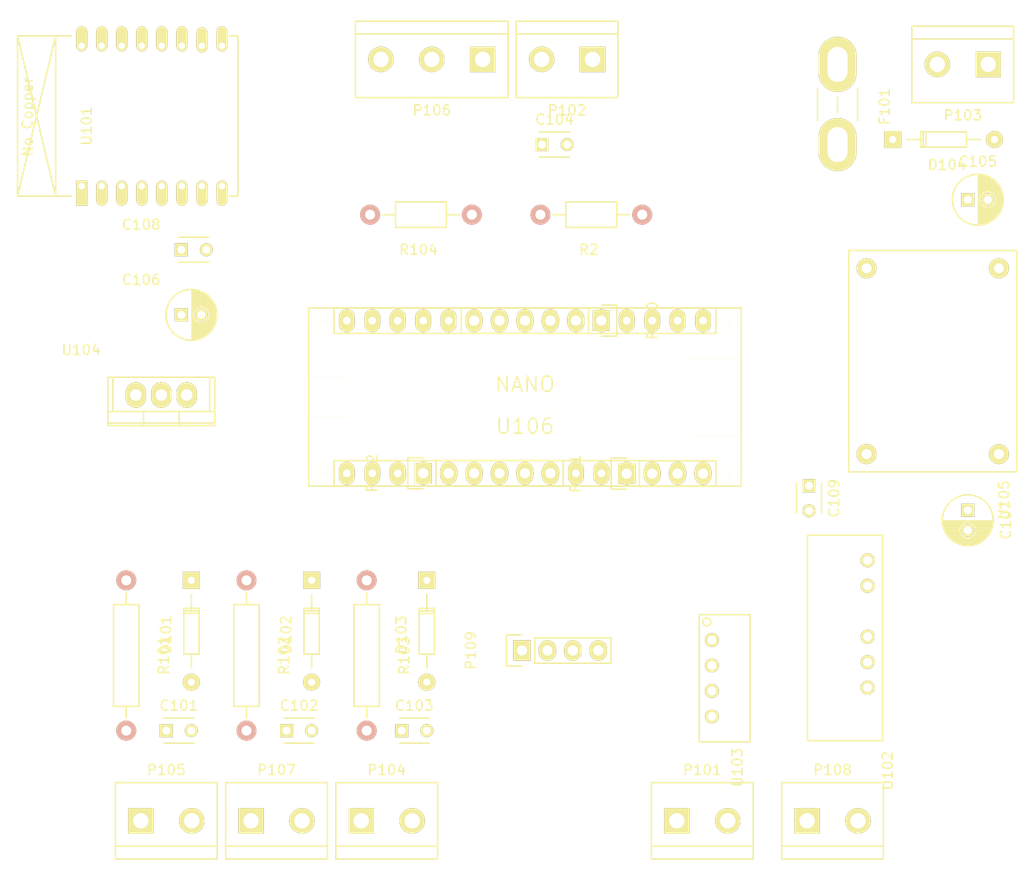
<source format=kicad_pcb>
(kicad_pcb (version 4) (host pcbnew 4.0.2+dfsg1-stable)

  (general
    (links 71)
    (no_connects 71)
    (area 0 0 0 0)
    (thickness 1.6)
    (drawings 7)
    (tracks 0)
    (zones 0)
    (modules 37)
    (nets 67)
  )

  (page A4)
  (layers
    (0 F.Cu signal)
    (31 B.Cu signal)
    (32 B.Adhes user)
    (33 F.Adhes user)
    (34 B.Paste user)
    (35 F.Paste user)
    (36 B.SilkS user)
    (37 F.SilkS user)
    (38 B.Mask user)
    (39 F.Mask user)
    (40 Dwgs.User user)
    (41 Cmts.User user)
    (42 Eco1.User user)
    (43 Eco2.User user)
    (44 Edge.Cuts user)
    (45 Margin user)
    (46 B.CrtYd user)
    (47 F.CrtYd user)
    (48 B.Fab user)
    (49 F.Fab user)
  )

  (setup
    (last_trace_width 0.25)
    (user_trace_width 0.4)
    (trace_clearance 0.25)
    (zone_clearance 0.508)
    (zone_45_only yes)
    (trace_min 0)
    (segment_width 0.2)
    (edge_width 0.15)
    (via_size 0.6)
    (via_drill 0.4)
    (via_min_size 0)
    (via_min_drill 0.3)
    (user_via 1.9 1)
    (uvia_size 0.3)
    (uvia_drill 0.1)
    (uvias_allowed no)
    (uvia_min_size 0)
    (uvia_min_drill 0.1)
    (pcb_text_width 0.3)
    (pcb_text_size 1.5 1.5)
    (mod_edge_width 0.15)
    (mod_text_size 1 1)
    (mod_text_width 0.15)
    (pad_size 1.524 1.524)
    (pad_drill 0.762)
    (pad_to_mask_clearance 0.2)
    (aux_axis_origin 0 0)
    (visible_elements FFFFFF7F)
    (pcbplotparams
      (layerselection 0x010b0_80000001)
      (usegerberextensions false)
      (excludeedgelayer true)
      (linewidth 0.100000)
      (plotframeref false)
      (viasonmask false)
      (mode 1)
      (useauxorigin false)
      (hpglpennumber 1)
      (hpglpenspeed 20)
      (hpglpendiameter 15)
      (hpglpenoverlay 2)
      (psnegative false)
      (psa4output false)
      (plotreference true)
      (plotvalue true)
      (plotinvisibletext false)
      (padsonsilk false)
      (subtractmaskfromsilk false)
      (outputformat 1)
      (mirror false)
      (drillshape 0)
      (scaleselection 1)
      (outputdirectory gerber/))
  )

  (net 0 "")
  (net 1 "Net-(C101-Pad1)")
  (net 2 GND)
  (net 3 "Net-(C102-Pad1)")
  (net 4 "Net-(C103-Pad1)")
  (net 5 "Net-(P101-Pad1)")
  (net 6 "Net-(P108-Pad1)")
  (net 7 "Net-(P108-Pad2)")
  (net 8 /e_rx)
  (net 9 /e_tx)
  (net 10 /e_adc)
  (net 11 /e_cpd)
  (net 12 /e_g16)
  (net 13 /e_g14)
  (net 14 /e_g12)
  (net 15 /e_g13)
  (net 16 /e_g15)
  (net 17 /e_g02)
  (net 18 /e_g00)
  (net 19 /e_g04)
  (net 20 /e_g05)
  (net 21 /c_1)
  (net 22 /Vin_12V)
  (net 23 /Ves_3V3)
  (net 24 /Var_8V)
  (net 25 /i_1)
  (net 26 /i_2)
  (net 27 /p_1)
  (net 28 "Net-(F101-Pad1)")
  (net 29 /Vpc_5V)
  (net 30 /18b20)
  (net 31 /sda)
  (net 32 /scl)
  (net 33 "Net-(P110-Pad2)")
  (net 34 "Net-(P111-Pad2)")
  (net 35 "Net-(P112-Pad4)")
  (net 36 /e_rst)
  (net 37 "Net-(U106-Pad2)")
  (net 38 "Net-(U106-Pad3)")
  (net 39 "Net-(U106-Pad4)")
  (net 40 "Net-(U106-Pad30)")
  (net 41 "Net-(U106-Pad29)")
  (net 42 "Net-(U106-Pad28)")
  (net 43 "Net-(U106-Pad27)")
  (net 44 "Net-(U106-Pad19)")
  (net 45 "Net-(U106-Pad18)")
  (net 46 "Net-(U106-Pad17)")
  (net 47 "Net-(U106-Pad1)")
  (net 48 "Net-(U106-Pad5)")
  (net 49 "Net-(U106-Pad6)")
  (net 50 "Net-(U106-Pad7)")
  (net 51 "Net-(U106-Pad8)")
  (net 52 "Net-(U106-Pad9)")
  (net 53 "Net-(U106-Pad10)")
  (net 54 "Net-(U106-Pad11)")
  (net 55 "Net-(U106-Pad12)")
  (net 56 "Net-(U106-Pad13)")
  (net 57 "Net-(U106-Pad14)")
  (net 58 "Net-(U106-Pad15)")
  (net 59 "Net-(U106-Pad16)")
  (net 60 "Net-(U106-Pad20)")
  (net 61 "Net-(U106-Pad21)")
  (net 62 "Net-(U106-Pad22)")
  (net 63 "Net-(U106-Pad23)")
  (net 64 "Net-(U106-Pad24)")
  (net 65 "Net-(U106-Pad25)")
  (net 66 "Net-(U106-Pad26)")

  (net_class Default "This is the default net class."
    (clearance 0.25)
    (trace_width 0.25)
    (via_dia 0.6)
    (via_drill 0.4)
    (uvia_dia 0.3)
    (uvia_drill 0.1)
    (add_net /18b20)
    (add_net /Var_8V)
    (add_net /Ves_3V3)
    (add_net /Vin_12V)
    (add_net /Vpc_5V)
    (add_net /c_1)
    (add_net /e_adc)
    (add_net /e_cpd)
    (add_net /e_g00)
    (add_net /e_g02)
    (add_net /e_g04)
    (add_net /e_g05)
    (add_net /e_g12)
    (add_net /e_g13)
    (add_net /e_g14)
    (add_net /e_g15)
    (add_net /e_g16)
    (add_net /e_rst)
    (add_net /e_rx)
    (add_net /e_tx)
    (add_net /i_1)
    (add_net /i_2)
    (add_net /p_1)
    (add_net /scl)
    (add_net /sda)
    (add_net GND)
    (add_net "Net-(C101-Pad1)")
    (add_net "Net-(C102-Pad1)")
    (add_net "Net-(C103-Pad1)")
    (add_net "Net-(F101-Pad1)")
    (add_net "Net-(P101-Pad1)")
    (add_net "Net-(P108-Pad1)")
    (add_net "Net-(P108-Pad2)")
    (add_net "Net-(P110-Pad2)")
    (add_net "Net-(P111-Pad2)")
    (add_net "Net-(P112-Pad4)")
    (add_net "Net-(U106-Pad1)")
    (add_net "Net-(U106-Pad10)")
    (add_net "Net-(U106-Pad11)")
    (add_net "Net-(U106-Pad12)")
    (add_net "Net-(U106-Pad13)")
    (add_net "Net-(U106-Pad14)")
    (add_net "Net-(U106-Pad15)")
    (add_net "Net-(U106-Pad16)")
    (add_net "Net-(U106-Pad17)")
    (add_net "Net-(U106-Pad18)")
    (add_net "Net-(U106-Pad19)")
    (add_net "Net-(U106-Pad2)")
    (add_net "Net-(U106-Pad20)")
    (add_net "Net-(U106-Pad21)")
    (add_net "Net-(U106-Pad22)")
    (add_net "Net-(U106-Pad23)")
    (add_net "Net-(U106-Pad24)")
    (add_net "Net-(U106-Pad25)")
    (add_net "Net-(U106-Pad26)")
    (add_net "Net-(U106-Pad27)")
    (add_net "Net-(U106-Pad28)")
    (add_net "Net-(U106-Pad29)")
    (add_net "Net-(U106-Pad3)")
    (add_net "Net-(U106-Pad30)")
    (add_net "Net-(U106-Pad4)")
    (add_net "Net-(U106-Pad5)")
    (add_net "Net-(U106-Pad6)")
    (add_net "Net-(U106-Pad7)")
    (add_net "Net-(U106-Pad8)")
    (add_net "Net-(U106-Pad9)")
  )

  (module Capacitors_ThroughHole:C_Disc_D3_P2.5 (layer F.Cu) (tedit 0) (tstamp 58A16E26)
    (at 167.5 86.5)
    (descr "Capacitor 3mm Disc, Pitch 2.5mm")
    (tags Capacitor)
    (path /58734169)
    (fp_text reference C101 (at 1.25 -2.5) (layer F.SilkS)
      (effects (font (size 1 1) (thickness 0.15)))
    )
    (fp_text value 100nF (at 1.25 2.5) (layer F.Fab)
      (effects (font (size 1 1) (thickness 0.15)))
    )
    (fp_line (start -0.9 -1.5) (end 3.4 -1.5) (layer F.CrtYd) (width 0.05))
    (fp_line (start 3.4 -1.5) (end 3.4 1.5) (layer F.CrtYd) (width 0.05))
    (fp_line (start 3.4 1.5) (end -0.9 1.5) (layer F.CrtYd) (width 0.05))
    (fp_line (start -0.9 1.5) (end -0.9 -1.5) (layer F.CrtYd) (width 0.05))
    (fp_line (start -0.25 -1.25) (end 2.75 -1.25) (layer F.SilkS) (width 0.15))
    (fp_line (start 2.75 1.25) (end -0.25 1.25) (layer F.SilkS) (width 0.15))
    (pad 1 thru_hole rect (at 0 0) (size 1.3 1.3) (drill 0.8) (layers *.Cu *.Mask F.SilkS)
      (net 1 "Net-(C101-Pad1)"))
    (pad 2 thru_hole circle (at 2.5 0) (size 1.3 1.3) (drill 0.8001) (layers *.Cu *.Mask F.SilkS)
      (net 2 GND))
    (model Capacitors_ThroughHole.3dshapes/C_Disc_D3_P2.5.wrl
      (at (xyz 0.0492126 0 0))
      (scale (xyz 1 1 1))
      (rotate (xyz 0 0 0))
    )
  )

  (module Capacitors_ThroughHole:C_Disc_D3_P2.5 (layer F.Cu) (tedit 0) (tstamp 58A16E2C)
    (at 179.5 86.5)
    (descr "Capacitor 3mm Disc, Pitch 2.5mm")
    (tags Capacitor)
    (path /58734FDB)
    (fp_text reference C102 (at 1.25 -2.5) (layer F.SilkS)
      (effects (font (size 1 1) (thickness 0.15)))
    )
    (fp_text value 100nF (at 1.25 2.5) (layer F.Fab)
      (effects (font (size 1 1) (thickness 0.15)))
    )
    (fp_line (start -0.9 -1.5) (end 3.4 -1.5) (layer F.CrtYd) (width 0.05))
    (fp_line (start 3.4 -1.5) (end 3.4 1.5) (layer F.CrtYd) (width 0.05))
    (fp_line (start 3.4 1.5) (end -0.9 1.5) (layer F.CrtYd) (width 0.05))
    (fp_line (start -0.9 1.5) (end -0.9 -1.5) (layer F.CrtYd) (width 0.05))
    (fp_line (start -0.25 -1.25) (end 2.75 -1.25) (layer F.SilkS) (width 0.15))
    (fp_line (start 2.75 1.25) (end -0.25 1.25) (layer F.SilkS) (width 0.15))
    (pad 1 thru_hole rect (at 0 0) (size 1.3 1.3) (drill 0.8) (layers *.Cu *.Mask F.SilkS)
      (net 3 "Net-(C102-Pad1)"))
    (pad 2 thru_hole circle (at 2.5 0) (size 1.3 1.3) (drill 0.8001) (layers *.Cu *.Mask F.SilkS)
      (net 2 GND))
    (model Capacitors_ThroughHole.3dshapes/C_Disc_D3_P2.5.wrl
      (at (xyz 0.0492126 0 0))
      (scale (xyz 1 1 1))
      (rotate (xyz 0 0 0))
    )
  )

  (module Capacitors_ThroughHole:C_Disc_D3_P2.5 (layer F.Cu) (tedit 0) (tstamp 58A16E32)
    (at 191 86.5)
    (descr "Capacitor 3mm Disc, Pitch 2.5mm")
    (tags Capacitor)
    (path /58A043A8)
    (fp_text reference C103 (at 1.25 -2.5) (layer F.SilkS)
      (effects (font (size 1 1) (thickness 0.15)))
    )
    (fp_text value 100nF (at 1.25 2.5) (layer F.Fab)
      (effects (font (size 1 1) (thickness 0.15)))
    )
    (fp_line (start -0.9 -1.5) (end 3.4 -1.5) (layer F.CrtYd) (width 0.05))
    (fp_line (start 3.4 -1.5) (end 3.4 1.5) (layer F.CrtYd) (width 0.05))
    (fp_line (start 3.4 1.5) (end -0.9 1.5) (layer F.CrtYd) (width 0.05))
    (fp_line (start -0.9 1.5) (end -0.9 -1.5) (layer F.CrtYd) (width 0.05))
    (fp_line (start -0.25 -1.25) (end 2.75 -1.25) (layer F.SilkS) (width 0.15))
    (fp_line (start 2.75 1.25) (end -0.25 1.25) (layer F.SilkS) (width 0.15))
    (pad 1 thru_hole rect (at 0 0) (size 1.3 1.3) (drill 0.8) (layers *.Cu *.Mask F.SilkS)
      (net 4 "Net-(C103-Pad1)"))
    (pad 2 thru_hole circle (at 2.5 0) (size 1.3 1.3) (drill 0.8001) (layers *.Cu *.Mask F.SilkS)
      (net 2 GND))
    (model Capacitors_ThroughHole.3dshapes/C_Disc_D3_P2.5.wrl
      (at (xyz 0.0492126 0 0))
      (scale (xyz 1 1 1))
      (rotate (xyz 0 0 0))
    )
  )

  (module Capacitors_ThroughHole:C_Disc_D3_P2.5 (layer F.Cu) (tedit 0) (tstamp 58A16E38)
    (at 205 28)
    (descr "Capacitor 3mm Disc, Pitch 2.5mm")
    (tags Capacitor)
    (path /58501908)
    (fp_text reference C104 (at 1.25 -2.5) (layer F.SilkS)
      (effects (font (size 1 1) (thickness 0.15)))
    )
    (fp_text value 100nF (at 1.25 2.5) (layer F.Fab)
      (effects (font (size 1 1) (thickness 0.15)))
    )
    (fp_line (start -0.9 -1.5) (end 3.4 -1.5) (layer F.CrtYd) (width 0.05))
    (fp_line (start 3.4 -1.5) (end 3.4 1.5) (layer F.CrtYd) (width 0.05))
    (fp_line (start 3.4 1.5) (end -0.9 1.5) (layer F.CrtYd) (width 0.05))
    (fp_line (start -0.9 1.5) (end -0.9 -1.5) (layer F.CrtYd) (width 0.05))
    (fp_line (start -0.25 -1.25) (end 2.75 -1.25) (layer F.SilkS) (width 0.15))
    (fp_line (start 2.75 1.25) (end -0.25 1.25) (layer F.SilkS) (width 0.15))
    (pad 1 thru_hole rect (at 0 0) (size 1.3 1.3) (drill 0.8) (layers *.Cu *.Mask F.SilkS)
      (net 21 /c_1))
    (pad 2 thru_hole circle (at 2.5 0) (size 1.3 1.3) (drill 0.8001) (layers *.Cu *.Mask F.SilkS)
      (net 2 GND))
    (model Capacitors_ThroughHole.3dshapes/C_Disc_D3_P2.5.wrl
      (at (xyz 0.0492126 0 0))
      (scale (xyz 1 1 1))
      (rotate (xyz 0 0 0))
    )
  )

  (module Diodes_ThroughHole:Diode_DO-35_SOD27_Horizontal_RM10 (layer F.Cu) (tedit 552FFC30) (tstamp 58A16E4A)
    (at 170 71.5 270)
    (descr "Diode, DO-35,  SOD27, Horizontal, RM 10mm")
    (tags "Diode, DO-35, SOD27, Horizontal, RM 10mm, 1N4148,")
    (path /587342FE)
    (fp_text reference D101 (at 5.43052 2.53746 270) (layer F.SilkS)
      (effects (font (size 1 1) (thickness 0.15)))
    )
    (fp_text value ZENER (at 4.41452 -3.55854 270) (layer F.Fab)
      (effects (font (size 1 1) (thickness 0.15)))
    )
    (fp_line (start 7.36652 -0.00254) (end 8.76352 -0.00254) (layer F.SilkS) (width 0.15))
    (fp_line (start 2.92152 -0.00254) (end 1.39752 -0.00254) (layer F.SilkS) (width 0.15))
    (fp_line (start 3.30252 -0.76454) (end 3.30252 0.75946) (layer F.SilkS) (width 0.15))
    (fp_line (start 3.04852 -0.76454) (end 3.04852 0.75946) (layer F.SilkS) (width 0.15))
    (fp_line (start 2.79452 -0.00254) (end 2.79452 0.75946) (layer F.SilkS) (width 0.15))
    (fp_line (start 2.79452 0.75946) (end 7.36652 0.75946) (layer F.SilkS) (width 0.15))
    (fp_line (start 7.36652 0.75946) (end 7.36652 -0.76454) (layer F.SilkS) (width 0.15))
    (fp_line (start 7.36652 -0.76454) (end 2.79452 -0.76454) (layer F.SilkS) (width 0.15))
    (fp_line (start 2.79452 -0.76454) (end 2.79452 -0.00254) (layer F.SilkS) (width 0.15))
    (pad 2 thru_hole circle (at 10.16052 -0.00254 90) (size 1.69926 1.69926) (drill 0.70104) (layers *.Cu *.Mask F.SilkS)
      (net 2 GND))
    (pad 1 thru_hole rect (at 0.00052 -0.00254 90) (size 1.69926 1.69926) (drill 0.70104) (layers *.Cu *.Mask F.SilkS)
      (net 25 /i_1))
    (model Diodes_ThroughHole.3dshapes/Diode_DO-35_SOD27_Horizontal_RM10.wrl
      (at (xyz 0.2 0 0))
      (scale (xyz 0.4 0.4 0.4))
      (rotate (xyz 0 0 180))
    )
  )

  (module Diodes_ThroughHole:Diode_DO-35_SOD27_Horizontal_RM10 (layer F.Cu) (tedit 552FFC30) (tstamp 58A16E50)
    (at 182 71.5 270)
    (descr "Diode, DO-35,  SOD27, Horizontal, RM 10mm")
    (tags "Diode, DO-35, SOD27, Horizontal, RM 10mm, 1N4148,")
    (path /58734F5F)
    (fp_text reference D102 (at 5.43052 2.53746 270) (layer F.SilkS)
      (effects (font (size 1 1) (thickness 0.15)))
    )
    (fp_text value ZENER (at 4.41452 -3.55854 270) (layer F.Fab)
      (effects (font (size 1 1) (thickness 0.15)))
    )
    (fp_line (start 7.36652 -0.00254) (end 8.76352 -0.00254) (layer F.SilkS) (width 0.15))
    (fp_line (start 2.92152 -0.00254) (end 1.39752 -0.00254) (layer F.SilkS) (width 0.15))
    (fp_line (start 3.30252 -0.76454) (end 3.30252 0.75946) (layer F.SilkS) (width 0.15))
    (fp_line (start 3.04852 -0.76454) (end 3.04852 0.75946) (layer F.SilkS) (width 0.15))
    (fp_line (start 2.79452 -0.00254) (end 2.79452 0.75946) (layer F.SilkS) (width 0.15))
    (fp_line (start 2.79452 0.75946) (end 7.36652 0.75946) (layer F.SilkS) (width 0.15))
    (fp_line (start 7.36652 0.75946) (end 7.36652 -0.76454) (layer F.SilkS) (width 0.15))
    (fp_line (start 7.36652 -0.76454) (end 2.79452 -0.76454) (layer F.SilkS) (width 0.15))
    (fp_line (start 2.79452 -0.76454) (end 2.79452 -0.00254) (layer F.SilkS) (width 0.15))
    (pad 2 thru_hole circle (at 10.16052 -0.00254 90) (size 1.69926 1.69926) (drill 0.70104) (layers *.Cu *.Mask F.SilkS)
      (net 2 GND))
    (pad 1 thru_hole rect (at 0.00052 -0.00254 90) (size 1.69926 1.69926) (drill 0.70104) (layers *.Cu *.Mask F.SilkS)
      (net 26 /i_2))
    (model Diodes_ThroughHole.3dshapes/Diode_DO-35_SOD27_Horizontal_RM10.wrl
      (at (xyz 0.2 0 0))
      (scale (xyz 0.4 0.4 0.4))
      (rotate (xyz 0 0 180))
    )
  )

  (module Diodes_ThroughHole:Diode_DO-35_SOD27_Horizontal_RM10 (layer F.Cu) (tedit 552FFC30) (tstamp 58A16E56)
    (at 193.5 71.5 270)
    (descr "Diode, DO-35,  SOD27, Horizontal, RM 10mm")
    (tags "Diode, DO-35, SOD27, Horizontal, RM 10mm, 1N4148,")
    (path /58A043A2)
    (fp_text reference D103 (at 5.43052 2.53746 270) (layer F.SilkS)
      (effects (font (size 1 1) (thickness 0.15)))
    )
    (fp_text value ZENER (at 4.41452 -3.55854 270) (layer F.Fab)
      (effects (font (size 1 1) (thickness 0.15)))
    )
    (fp_line (start 7.36652 -0.00254) (end 8.76352 -0.00254) (layer F.SilkS) (width 0.15))
    (fp_line (start 2.92152 -0.00254) (end 1.39752 -0.00254) (layer F.SilkS) (width 0.15))
    (fp_line (start 3.30252 -0.76454) (end 3.30252 0.75946) (layer F.SilkS) (width 0.15))
    (fp_line (start 3.04852 -0.76454) (end 3.04852 0.75946) (layer F.SilkS) (width 0.15))
    (fp_line (start 2.79452 -0.00254) (end 2.79452 0.75946) (layer F.SilkS) (width 0.15))
    (fp_line (start 2.79452 0.75946) (end 7.36652 0.75946) (layer F.SilkS) (width 0.15))
    (fp_line (start 7.36652 0.75946) (end 7.36652 -0.76454) (layer F.SilkS) (width 0.15))
    (fp_line (start 7.36652 -0.76454) (end 2.79452 -0.76454) (layer F.SilkS) (width 0.15))
    (fp_line (start 2.79452 -0.76454) (end 2.79452 -0.00254) (layer F.SilkS) (width 0.15))
    (pad 2 thru_hole circle (at 10.16052 -0.00254 90) (size 1.69926 1.69926) (drill 0.70104) (layers *.Cu *.Mask F.SilkS)
      (net 2 GND))
    (pad 1 thru_hole rect (at 0.00052 -0.00254 90) (size 1.69926 1.69926) (drill 0.70104) (layers *.Cu *.Mask F.SilkS)
      (net 27 /p_1))
    (model Diodes_ThroughHole.3dshapes/Diode_DO-35_SOD27_Horizontal_RM10.wrl
      (at (xyz 0.2 0 0))
      (scale (xyz 0.4 0.4 0.4))
      (rotate (xyz 0 0 180))
    )
  )

  (module Connect:bornier2 (layer F.Cu) (tedit 0) (tstamp 58A16E5C)
    (at 221 95.5)
    (descr "Bornier d'alimentation 2 pins")
    (tags DEV)
    (path /589F7359)
    (fp_text reference P101 (at 0 -5.08) (layer F.SilkS)
      (effects (font (size 1 1) (thickness 0.15)))
    )
    (fp_text value 24VOL (at 0 5.08) (layer F.Fab)
      (effects (font (size 1 1) (thickness 0.15)))
    )
    (fp_line (start 5.08 2.54) (end -5.08 2.54) (layer F.SilkS) (width 0.15))
    (fp_line (start 5.08 3.81) (end 5.08 -3.81) (layer F.SilkS) (width 0.15))
    (fp_line (start 5.08 -3.81) (end -5.08 -3.81) (layer F.SilkS) (width 0.15))
    (fp_line (start -5.08 -3.81) (end -5.08 3.81) (layer F.SilkS) (width 0.15))
    (fp_line (start -5.08 3.81) (end 5.08 3.81) (layer F.SilkS) (width 0.15))
    (pad 1 thru_hole rect (at -2.54 0) (size 2.54 2.54) (drill 1.524) (layers *.Cu *.Mask F.SilkS)
      (net 5 "Net-(P101-Pad1)"))
    (pad 2 thru_hole circle (at 2.54 0) (size 2.54 2.54) (drill 1.524) (layers *.Cu *.Mask F.SilkS)
      (net 2 GND))
    (model Connect.3dshapes/bornier2.wrl
      (at (xyz 0 0 0))
      (scale (xyz 1 1 1))
      (rotate (xyz 0 0 0))
    )
  )

  (module Connect:bornier2 (layer F.Cu) (tedit 0) (tstamp 58A16E62)
    (at 207.5 19.5 180)
    (descr "Bornier d'alimentation 2 pins")
    (tags DEV)
    (path /5872AC26)
    (fp_text reference P102 (at 0 -5.08 180) (layer F.SilkS)
      (effects (font (size 1 1) (thickness 0.15)))
    )
    (fp_text value CAUDAL_1 (at 0 5.08 180) (layer F.Fab)
      (effects (font (size 1 1) (thickness 0.15)))
    )
    (fp_line (start 5.08 2.54) (end -5.08 2.54) (layer F.SilkS) (width 0.15))
    (fp_line (start 5.08 3.81) (end 5.08 -3.81) (layer F.SilkS) (width 0.15))
    (fp_line (start 5.08 -3.81) (end -5.08 -3.81) (layer F.SilkS) (width 0.15))
    (fp_line (start -5.08 -3.81) (end -5.08 3.81) (layer F.SilkS) (width 0.15))
    (fp_line (start -5.08 3.81) (end 5.08 3.81) (layer F.SilkS) (width 0.15))
    (pad 1 thru_hole rect (at -2.54 0 180) (size 2.54 2.54) (drill 1.524) (layers *.Cu *.Mask F.SilkS)
      (net 2 GND))
    (pad 2 thru_hole circle (at 2.54 0 180) (size 2.54 2.54) (drill 1.524) (layers *.Cu *.Mask F.SilkS)
      (net 21 /c_1))
    (model Connect.3dshapes/bornier2.wrl
      (at (xyz 0 0 0))
      (scale (xyz 1 1 1))
      (rotate (xyz 0 0 0))
    )
  )

  (module Connect:bornier2 (layer F.Cu) (tedit 0) (tstamp 58A16E68)
    (at 247 20 180)
    (descr "Bornier d'alimentation 2 pins")
    (tags DEV)
    (path /5872A04E)
    (fp_text reference P103 (at 0 -5.08 180) (layer F.SilkS)
      (effects (font (size 1 1) (thickness 0.15)))
    )
    (fp_text value V_IN (at 0 5.08 180) (layer F.Fab)
      (effects (font (size 1 1) (thickness 0.15)))
    )
    (fp_line (start 5.08 2.54) (end -5.08 2.54) (layer F.SilkS) (width 0.15))
    (fp_line (start 5.08 3.81) (end 5.08 -3.81) (layer F.SilkS) (width 0.15))
    (fp_line (start 5.08 -3.81) (end -5.08 -3.81) (layer F.SilkS) (width 0.15))
    (fp_line (start -5.08 -3.81) (end -5.08 3.81) (layer F.SilkS) (width 0.15))
    (fp_line (start -5.08 3.81) (end 5.08 3.81) (layer F.SilkS) (width 0.15))
    (pad 1 thru_hole rect (at -2.54 0 180) (size 2.54 2.54) (drill 1.524) (layers *.Cu *.Mask F.SilkS)
      (net 2 GND))
    (pad 2 thru_hole circle (at 2.54 0 180) (size 2.54 2.54) (drill 1.524) (layers *.Cu *.Mask F.SilkS)
      (net 28 "Net-(F101-Pad1)"))
    (model Connect.3dshapes/bornier2.wrl
      (at (xyz 0 0 0))
      (scale (xyz 1 1 1))
      (rotate (xyz 0 0 0))
    )
  )

  (module Connect:bornier2 (layer F.Cu) (tedit 0) (tstamp 58A16E6E)
    (at 189.5 95.5)
    (descr "Bornier d'alimentation 2 pins")
    (tags DEV)
    (path /58A04396)
    (fp_text reference P104 (at 0 -5.08) (layer F.SilkS)
      (effects (font (size 1 1) (thickness 0.15)))
    )
    (fp_text value PRESION_1 (at 0 5.08) (layer F.Fab)
      (effects (font (size 1 1) (thickness 0.15)))
    )
    (fp_line (start 5.08 2.54) (end -5.08 2.54) (layer F.SilkS) (width 0.15))
    (fp_line (start 5.08 3.81) (end 5.08 -3.81) (layer F.SilkS) (width 0.15))
    (fp_line (start 5.08 -3.81) (end -5.08 -3.81) (layer F.SilkS) (width 0.15))
    (fp_line (start -5.08 -3.81) (end -5.08 3.81) (layer F.SilkS) (width 0.15))
    (fp_line (start -5.08 3.81) (end 5.08 3.81) (layer F.SilkS) (width 0.15))
    (pad 1 thru_hole rect (at -2.54 0) (size 2.54 2.54) (drill 1.524) (layers *.Cu *.Mask F.SilkS)
      (net 4 "Net-(C103-Pad1)"))
    (pad 2 thru_hole circle (at 2.54 0) (size 2.54 2.54) (drill 1.524) (layers *.Cu *.Mask F.SilkS)
      (net 2 GND))
    (model Connect.3dshapes/bornier2.wrl
      (at (xyz 0 0 0))
      (scale (xyz 1 1 1))
      (rotate (xyz 0 0 0))
    )
  )

  (module Connect:bornier2 (layer F.Cu) (tedit 0) (tstamp 58A16E74)
    (at 167.5 95.5)
    (descr "Bornier d'alimentation 2 pins")
    (tags DEV)
    (path /58733A1B)
    (fp_text reference P105 (at 0 -5.08) (layer F.SilkS)
      (effects (font (size 1 1) (thickness 0.15)))
    )
    (fp_text value INTENSIDAD_1 (at 0 5.08) (layer F.Fab)
      (effects (font (size 1 1) (thickness 0.15)))
    )
    (fp_line (start 5.08 2.54) (end -5.08 2.54) (layer F.SilkS) (width 0.15))
    (fp_line (start 5.08 3.81) (end 5.08 -3.81) (layer F.SilkS) (width 0.15))
    (fp_line (start 5.08 -3.81) (end -5.08 -3.81) (layer F.SilkS) (width 0.15))
    (fp_line (start -5.08 -3.81) (end -5.08 3.81) (layer F.SilkS) (width 0.15))
    (fp_line (start -5.08 3.81) (end 5.08 3.81) (layer F.SilkS) (width 0.15))
    (pad 1 thru_hole rect (at -2.54 0) (size 2.54 2.54) (drill 1.524) (layers *.Cu *.Mask F.SilkS)
      (net 1 "Net-(C101-Pad1)"))
    (pad 2 thru_hole circle (at 2.54 0) (size 2.54 2.54) (drill 1.524) (layers *.Cu *.Mask F.SilkS)
      (net 2 GND))
    (model Connect.3dshapes/bornier2.wrl
      (at (xyz 0 0 0))
      (scale (xyz 1 1 1))
      (rotate (xyz 0 0 0))
    )
  )

  (module Connect:bornier3 (layer F.Cu) (tedit 0) (tstamp 58A16E7B)
    (at 194 19.5 180)
    (descr "Bornier d'alimentation 3 pins")
    (tags DEV)
    (path /58A06006)
    (fp_text reference P106 (at 0 -5.08 180) (layer F.SilkS)
      (effects (font (size 1 1) (thickness 0.15)))
    )
    (fp_text value 18b20 (at 0 5.08 180) (layer F.Fab)
      (effects (font (size 1 1) (thickness 0.15)))
    )
    (fp_line (start -7.62 3.81) (end -7.62 -3.81) (layer F.SilkS) (width 0.15))
    (fp_line (start 7.62 3.81) (end 7.62 -3.81) (layer F.SilkS) (width 0.15))
    (fp_line (start -7.62 2.54) (end 7.62 2.54) (layer F.SilkS) (width 0.15))
    (fp_line (start -7.62 -3.81) (end 7.62 -3.81) (layer F.SilkS) (width 0.15))
    (fp_line (start -7.62 3.81) (end 7.62 3.81) (layer F.SilkS) (width 0.15))
    (pad 1 thru_hole rect (at -5.08 0 180) (size 2.54 2.54) (drill 1.524) (layers *.Cu *.Mask F.SilkS)
      (net 2 GND))
    (pad 2 thru_hole circle (at 0 0 180) (size 2.54 2.54) (drill 1.524) (layers *.Cu *.Mask F.SilkS)
      (net 30 /18b20))
    (pad 3 thru_hole circle (at 5.08 0 180) (size 2.54 2.54) (drill 1.524) (layers *.Cu *.Mask F.SilkS)
      (net 29 /Vpc_5V))
    (model Connect.3dshapes/bornier3.wrl
      (at (xyz 0 0 0))
      (scale (xyz 1 1 1))
      (rotate (xyz 0 0 0))
    )
  )

  (module Connect:bornier2 (layer F.Cu) (tedit 0) (tstamp 58A16E81)
    (at 178.5 95.5)
    (descr "Bornier d'alimentation 2 pins")
    (tags DEV)
    (path /58734E4A)
    (fp_text reference P107 (at 0 -5.08) (layer F.SilkS)
      (effects (font (size 1 1) (thickness 0.15)))
    )
    (fp_text value INTENSIDAD_2 (at 0 5.08) (layer F.Fab)
      (effects (font (size 1 1) (thickness 0.15)))
    )
    (fp_line (start 5.08 2.54) (end -5.08 2.54) (layer F.SilkS) (width 0.15))
    (fp_line (start 5.08 3.81) (end 5.08 -3.81) (layer F.SilkS) (width 0.15))
    (fp_line (start 5.08 -3.81) (end -5.08 -3.81) (layer F.SilkS) (width 0.15))
    (fp_line (start -5.08 -3.81) (end -5.08 3.81) (layer F.SilkS) (width 0.15))
    (fp_line (start -5.08 3.81) (end 5.08 3.81) (layer F.SilkS) (width 0.15))
    (pad 1 thru_hole rect (at -2.54 0) (size 2.54 2.54) (drill 1.524) (layers *.Cu *.Mask F.SilkS)
      (net 3 "Net-(C102-Pad1)"))
    (pad 2 thru_hole circle (at 2.54 0) (size 2.54 2.54) (drill 1.524) (layers *.Cu *.Mask F.SilkS)
      (net 2 GND))
    (model Connect.3dshapes/bornier2.wrl
      (at (xyz 0 0 0))
      (scale (xyz 1 1 1))
      (rotate (xyz 0 0 0))
    )
  )

  (module Connect:bornier2 (layer F.Cu) (tedit 0) (tstamp 58A16E87)
    (at 234 95.5)
    (descr "Bornier d'alimentation 2 pins")
    (tags DEV)
    (path /58735C0C)
    (fp_text reference P108 (at 0 -5.08) (layer F.SilkS)
      (effects (font (size 1 1) (thickness 0.15)))
    )
    (fp_text value 15VOL (at 0 5.08) (layer F.Fab)
      (effects (font (size 1 1) (thickness 0.15)))
    )
    (fp_line (start 5.08 2.54) (end -5.08 2.54) (layer F.SilkS) (width 0.15))
    (fp_line (start 5.08 3.81) (end 5.08 -3.81) (layer F.SilkS) (width 0.15))
    (fp_line (start 5.08 -3.81) (end -5.08 -3.81) (layer F.SilkS) (width 0.15))
    (fp_line (start -5.08 -3.81) (end -5.08 3.81) (layer F.SilkS) (width 0.15))
    (fp_line (start -5.08 3.81) (end 5.08 3.81) (layer F.SilkS) (width 0.15))
    (pad 1 thru_hole rect (at -2.54 0) (size 2.54 2.54) (drill 1.524) (layers *.Cu *.Mask F.SilkS)
      (net 6 "Net-(P108-Pad1)"))
    (pad 2 thru_hole circle (at 2.54 0) (size 2.54 2.54) (drill 1.524) (layers *.Cu *.Mask F.SilkS)
      (net 7 "Net-(P108-Pad2)"))
    (model Connect.3dshapes/bornier2.wrl
      (at (xyz 0 0 0))
      (scale (xyz 1 1 1))
      (rotate (xyz 0 0 0))
    )
  )

  (module Resistors_ThroughHole:Resistor_Horizontal_RM10mm (layer F.Cu) (tedit 56648415) (tstamp 58A16E8D)
    (at 215 35 180)
    (descr "Resistor, Axial,  RM 10mm, 1/3W")
    (tags "Resistor Axial RM 10mm 1/3W")
    (path /58501520)
    (fp_text reference R2 (at 5.32892 -3.50012 180) (layer F.SilkS)
      (effects (font (size 1 1) (thickness 0.15)))
    )
    (fp_text value 10K (at 5.08 3.81 180) (layer F.Fab)
      (effects (font (size 1 1) (thickness 0.15)))
    )
    (fp_line (start -1.25 -1.5) (end 11.4 -1.5) (layer F.CrtYd) (width 0.05))
    (fp_line (start -1.25 1.5) (end -1.25 -1.5) (layer F.CrtYd) (width 0.05))
    (fp_line (start 11.4 -1.5) (end 11.4 1.5) (layer F.CrtYd) (width 0.05))
    (fp_line (start -1.25 1.5) (end 11.4 1.5) (layer F.CrtYd) (width 0.05))
    (fp_line (start 2.54 -1.27) (end 7.62 -1.27) (layer F.SilkS) (width 0.15))
    (fp_line (start 7.62 -1.27) (end 7.62 1.27) (layer F.SilkS) (width 0.15))
    (fp_line (start 7.62 1.27) (end 2.54 1.27) (layer F.SilkS) (width 0.15))
    (fp_line (start 2.54 1.27) (end 2.54 -1.27) (layer F.SilkS) (width 0.15))
    (fp_line (start 2.54 0) (end 1.27 0) (layer F.SilkS) (width 0.15))
    (fp_line (start 7.62 0) (end 8.89 0) (layer F.SilkS) (width 0.15))
    (pad 1 thru_hole circle (at 0 0 180) (size 1.99898 1.99898) (drill 1.00076) (layers *.Cu *.SilkS *.Mask)
      (net 29 /Vpc_5V))
    (pad 2 thru_hole circle (at 10.16 0 180) (size 1.99898 1.99898) (drill 1.00076) (layers *.Cu *.SilkS *.Mask)
      (net 21 /c_1))
    (model Resistors_ThroughHole.3dshapes/Resistor_Horizontal_RM10mm.wrl
      (at (xyz 0 0 0))
      (scale (xyz 0.4 0.4 0.4))
      (rotate (xyz 0 0 0))
    )
  )

  (module Resistors_ThroughHole:Resistor_Horizontal_RM15mm (layer F.Cu) (tedit 569FCEE8) (tstamp 58A16E93)
    (at 163.5 71.5 270)
    (descr "Resistor, Axial, RM 15mm,")
    (tags "Resistor Axial RM 15mm")
    (path /58733FD1)
    (fp_text reference R101 (at 7.5 -3.74904 270) (layer F.SilkS)
      (effects (font (size 1 1) (thickness 0.15)))
    )
    (fp_text value 1K (at 7.5 4.0005 270) (layer F.Fab)
      (effects (font (size 1 1) (thickness 0.15)))
    )
    (fp_line (start -1.25 1.5) (end -1.25 -1.5) (layer F.CrtYd) (width 0.05))
    (fp_line (start -1.25 -1.5) (end 16.25 -1.5) (layer F.CrtYd) (width 0.05))
    (fp_line (start 16.25 -1.5) (end 16.25 1.5) (layer F.CrtYd) (width 0.05))
    (fp_line (start 16.25 1.5) (end -1.25 1.5) (layer F.CrtYd) (width 0.05))
    (fp_line (start 2.42 -1.27) (end 2.42 1.27) (layer F.SilkS) (width 0.15))
    (fp_line (start 2.42 1.27) (end 12.58 1.27) (layer F.SilkS) (width 0.15))
    (fp_line (start 12.58 1.27) (end 12.58 -1.27) (layer F.SilkS) (width 0.15))
    (fp_line (start 12.58 -1.27) (end 2.42 -1.27) (layer F.SilkS) (width 0.15))
    (fp_line (start 13.73 0) (end 12.58 0) (layer F.SilkS) (width 0.15))
    (fp_line (start 1.27 0) (end 2.42 0) (layer F.SilkS) (width 0.15))
    (pad 1 thru_hole circle (at 0 0 270) (size 1.99898 1.99898) (drill 1.00076) (layers *.Cu *.SilkS *.Mask)
      (net 25 /i_1))
    (pad 2 thru_hole circle (at 15 0 270) (size 1.99898 1.99898) (drill 1.00076) (layers *.Cu *.SilkS *.Mask)
      (net 1 "Net-(C101-Pad1)"))
    (model Resistors_ThroughHole.3dshapes/Resistor_Horizontal_RM15mm.wrl
      (at (xyz 0 0 0))
      (scale (xyz 0.4 0.4 0.4))
      (rotate (xyz 0 0 0))
    )
  )

  (module Resistors_ThroughHole:Resistor_Horizontal_RM15mm (layer F.Cu) (tedit 569FCEE8) (tstamp 58A16E99)
    (at 175.5 71.5 270)
    (descr "Resistor, Axial, RM 15mm,")
    (tags "Resistor Axial RM 15mm")
    (path /58734EE4)
    (fp_text reference R102 (at 7.5 -3.74904 270) (layer F.SilkS)
      (effects (font (size 1 1) (thickness 0.15)))
    )
    (fp_text value 1K (at 7.5 4.0005 270) (layer F.Fab)
      (effects (font (size 1 1) (thickness 0.15)))
    )
    (fp_line (start -1.25 1.5) (end -1.25 -1.5) (layer F.CrtYd) (width 0.05))
    (fp_line (start -1.25 -1.5) (end 16.25 -1.5) (layer F.CrtYd) (width 0.05))
    (fp_line (start 16.25 -1.5) (end 16.25 1.5) (layer F.CrtYd) (width 0.05))
    (fp_line (start 16.25 1.5) (end -1.25 1.5) (layer F.CrtYd) (width 0.05))
    (fp_line (start 2.42 -1.27) (end 2.42 1.27) (layer F.SilkS) (width 0.15))
    (fp_line (start 2.42 1.27) (end 12.58 1.27) (layer F.SilkS) (width 0.15))
    (fp_line (start 12.58 1.27) (end 12.58 -1.27) (layer F.SilkS) (width 0.15))
    (fp_line (start 12.58 -1.27) (end 2.42 -1.27) (layer F.SilkS) (width 0.15))
    (fp_line (start 13.73 0) (end 12.58 0) (layer F.SilkS) (width 0.15))
    (fp_line (start 1.27 0) (end 2.42 0) (layer F.SilkS) (width 0.15))
    (pad 1 thru_hole circle (at 0 0 270) (size 1.99898 1.99898) (drill 1.00076) (layers *.Cu *.SilkS *.Mask)
      (net 26 /i_2))
    (pad 2 thru_hole circle (at 15 0 270) (size 1.99898 1.99898) (drill 1.00076) (layers *.Cu *.SilkS *.Mask)
      (net 3 "Net-(C102-Pad1)"))
    (model Resistors_ThroughHole.3dshapes/Resistor_Horizontal_RM15mm.wrl
      (at (xyz 0 0 0))
      (scale (xyz 0.4 0.4 0.4))
      (rotate (xyz 0 0 0))
    )
  )

  (module Resistors_ThroughHole:Resistor_Horizontal_RM15mm (layer F.Cu) (tedit 569FCEE8) (tstamp 58A16E9F)
    (at 187.5 71.5 270)
    (descr "Resistor, Axial, RM 15mm,")
    (tags "Resistor Axial RM 15mm")
    (path /58A0439C)
    (fp_text reference R103 (at 7.5 -3.74904 270) (layer F.SilkS)
      (effects (font (size 1 1) (thickness 0.15)))
    )
    (fp_text value 1K (at 7.5 4.0005 270) (layer F.Fab)
      (effects (font (size 1 1) (thickness 0.15)))
    )
    (fp_line (start -1.25 1.5) (end -1.25 -1.5) (layer F.CrtYd) (width 0.05))
    (fp_line (start -1.25 -1.5) (end 16.25 -1.5) (layer F.CrtYd) (width 0.05))
    (fp_line (start 16.25 -1.5) (end 16.25 1.5) (layer F.CrtYd) (width 0.05))
    (fp_line (start 16.25 1.5) (end -1.25 1.5) (layer F.CrtYd) (width 0.05))
    (fp_line (start 2.42 -1.27) (end 2.42 1.27) (layer F.SilkS) (width 0.15))
    (fp_line (start 2.42 1.27) (end 12.58 1.27) (layer F.SilkS) (width 0.15))
    (fp_line (start 12.58 1.27) (end 12.58 -1.27) (layer F.SilkS) (width 0.15))
    (fp_line (start 12.58 -1.27) (end 2.42 -1.27) (layer F.SilkS) (width 0.15))
    (fp_line (start 13.73 0) (end 12.58 0) (layer F.SilkS) (width 0.15))
    (fp_line (start 1.27 0) (end 2.42 0) (layer F.SilkS) (width 0.15))
    (pad 1 thru_hole circle (at 0 0 270) (size 1.99898 1.99898) (drill 1.00076) (layers *.Cu *.SilkS *.Mask)
      (net 27 /p_1))
    (pad 2 thru_hole circle (at 15 0 270) (size 1.99898 1.99898) (drill 1.00076) (layers *.Cu *.SilkS *.Mask)
      (net 4 "Net-(C103-Pad1)"))
    (model Resistors_ThroughHole.3dshapes/Resistor_Horizontal_RM15mm.wrl
      (at (xyz 0 0 0))
      (scale (xyz 0.4 0.4 0.4))
      (rotate (xyz 0 0 0))
    )
  )

  (module Resistors_ThroughHole:Resistor_Horizontal_RM10mm (layer F.Cu) (tedit 56648415) (tstamp 58A16EA5)
    (at 198 35 180)
    (descr "Resistor, Axial,  RM 10mm, 1/3W")
    (tags "Resistor Axial RM 10mm 1/3W")
    (path /58A0503E)
    (fp_text reference R104 (at 5.32892 -3.50012 180) (layer F.SilkS)
      (effects (font (size 1 1) (thickness 0.15)))
    )
    (fp_text value 2K (at 5.08 3.81 180) (layer F.Fab)
      (effects (font (size 1 1) (thickness 0.15)))
    )
    (fp_line (start -1.25 -1.5) (end 11.4 -1.5) (layer F.CrtYd) (width 0.05))
    (fp_line (start -1.25 1.5) (end -1.25 -1.5) (layer F.CrtYd) (width 0.05))
    (fp_line (start 11.4 -1.5) (end 11.4 1.5) (layer F.CrtYd) (width 0.05))
    (fp_line (start -1.25 1.5) (end 11.4 1.5) (layer F.CrtYd) (width 0.05))
    (fp_line (start 2.54 -1.27) (end 7.62 -1.27) (layer F.SilkS) (width 0.15))
    (fp_line (start 7.62 -1.27) (end 7.62 1.27) (layer F.SilkS) (width 0.15))
    (fp_line (start 7.62 1.27) (end 2.54 1.27) (layer F.SilkS) (width 0.15))
    (fp_line (start 2.54 1.27) (end 2.54 -1.27) (layer F.SilkS) (width 0.15))
    (fp_line (start 2.54 0) (end 1.27 0) (layer F.SilkS) (width 0.15))
    (fp_line (start 7.62 0) (end 8.89 0) (layer F.SilkS) (width 0.15))
    (pad 1 thru_hole circle (at 0 0 180) (size 1.99898 1.99898) (drill 1.00076) (layers *.Cu *.SilkS *.Mask)
      (net 30 /18b20))
    (pad 2 thru_hole circle (at 10.16 0 180) (size 1.99898 1.99898) (drill 1.00076) (layers *.Cu *.SilkS *.Mask)
      (net 29 /Vpc_5V))
    (model Resistors_ThroughHole.3dshapes/Resistor_Horizontal_RM10mm.wrl
      (at (xyz 0 0 0))
      (scale (xyz 0.4 0.4 0.4))
      (rotate (xyz 0 0 0))
    )
  )

  (module oscar_libreria_huellas:Recom-rd (layer F.Cu) (tedit 58721572) (tstamp 58A16F1C)
    (at 237.5 69.5 270)
    (path /5873700F)
    (fp_text reference U102 (at 21 -2 270) (layer F.SilkS)
      (effects (font (size 1 1) (thickness 0.15)))
    )
    (fp_text value Recom-rd (at 8 3 270) (layer F.Fab) hide
      (effects (font (size 1 1) (thickness 0.15)))
    )
    (fp_line (start -2.5 -1.5) (end 18 -1.5) (layer F.SilkS) (width 0.15))
    (fp_line (start 18 -1.5) (end 18 6) (layer F.SilkS) (width 0.15))
    (fp_line (start 18 6) (end -2.5 6) (layer F.SilkS) (width 0.15))
    (fp_line (start -2.5 6) (end -2.5 -1.5) (layer F.SilkS) (width 0.15))
    (pad 1 thru_hole circle (at 0 0 270) (size 1.4 1.4) (drill 0.9) (layers *.Cu *.Mask F.SilkS)
      (net 22 /Vin_12V))
    (pad 2 thru_hole circle (at 2.54 0 270) (size 1.4 1.4) (drill 0.9) (layers *.Cu *.Mask F.SilkS)
      (net 2 GND))
    (pad 4 thru_hole circle (at 7.62 0 270) (size 1.4 1.4) (drill 0.9) (layers *.Cu *.Mask F.SilkS)
      (net 7 "Net-(P108-Pad2)"))
    (pad 5 thru_hole circle (at 10.16 0 270) (size 1.4 1.4) (drill 0.9) (layers *.Cu *.Mask F.SilkS)
      (net 2 GND))
    (pad 6 thru_hole circle (at 12.7 0 270) (size 1.4 1.4) (drill 0.9) (layers *.Cu *.Mask F.SilkS)
      (net 6 "Net-(P108-Pad1)"))
  )

  (module oscar_libreria_huellas:RO-xxxxS (layer F.Cu) (tedit 589EE2DF) (tstamp 58A16F24)
    (at 224.5 80 270)
    (path /589ECA9C)
    (fp_text reference U103 (at 10.16 0 270) (layer F.SilkS)
      (effects (font (size 1 1) (thickness 0.15)))
    )
    (fp_text value RO-1224S (at 12.7 -2.54 270) (layer F.Fab) hide
      (effects (font (size 1 1) (thickness 0.15)))
    )
    (fp_circle (center -4.35 3.05) (end -3.95 3.075) (layer F.SilkS) (width 0.15))
    (fp_line (start -5.08 3.81) (end 7.62 3.81) (layer F.SilkS) (width 0.15))
    (fp_line (start 7.62 3.81) (end 7.62 -1.27) (layer F.SilkS) (width 0.15))
    (fp_line (start 7.62 -1.27) (end -5.08 -1.27) (layer F.SilkS) (width 0.15))
    (fp_line (start -5.08 -1.27) (end -5.08 3.81) (layer F.SilkS) (width 0.15))
    (pad 1 thru_hole circle (at -2.54 2.54 270) (size 1.4 1.4) (drill 0.9) (layers *.Cu *.Mask F.SilkS)
      (net 2 GND))
    (pad 2 thru_hole circle (at 0 2.54 270) (size 1.4 1.4) (drill 0.9) (layers *.Cu *.Mask F.SilkS)
      (net 22 /Vin_12V))
    (pad 3 thru_hole circle (at 2.54 2.54 270) (size 1.4 1.4) (drill 0.9) (layers *.Cu *.Mask F.SilkS)
      (net 2 GND))
    (pad 4 thru_hole circle (at 5.08 2.54 270) (size 1.4 1.4) (drill 0.9) (layers *.Cu *.Mask F.SilkS)
      (net 5 "Net-(P101-Pad1)"))
  )

  (module oscar_libreria_huellas:TO-220 (layer F.Cu) (tedit 58A99649) (tstamp 58A16F2B)
    (at 167 53 180)
    (descr "Non Isolated JEDEC TO-220 Package")
    (tags "Power Integration YN Package")
    (path /58723FF5)
    (fp_text reference U104 (at 8 4.5 180) (layer F.SilkS)
      (effects (font (size 1 1) (thickness 0.15)))
    )
    (fp_text value LM1117 (at 7 3 180) (layer F.Fab)
      (effects (font (size 1 1) (thickness 0.15)))
    )
    (fp_line (start 4.826 -1.651) (end 4.826 1.778) (layer F.SilkS) (width 0.15))
    (fp_line (start -4.826 -1.651) (end -4.826 1.778) (layer F.SilkS) (width 0.15))
    (fp_line (start 5.334 -2.794) (end -5.334 -2.794) (layer F.SilkS) (width 0.15))
    (fp_line (start 1.778 -1.778) (end 1.778 -3.048) (layer F.SilkS) (width 0.15))
    (fp_line (start -1.778 -1.778) (end -1.778 -3.048) (layer F.SilkS) (width 0.15))
    (fp_line (start -5.334 -1.651) (end 5.334 -1.651) (layer F.SilkS) (width 0.15))
    (fp_line (start 5.334 1.778) (end -5.334 1.778) (layer F.SilkS) (width 0.15))
    (fp_line (start -5.334 -3.048) (end -5.334 1.778) (layer F.SilkS) (width 0.15))
    (fp_line (start 5.334 -3.048) (end 5.334 1.778) (layer F.SilkS) (width 0.15))
    (fp_line (start 5.334 -3.048) (end -5.334 -3.048) (layer F.SilkS) (width 0.15))
    (pad GND thru_hole oval (at 0 0 180) (size 2.032 2.54) (drill 1.143) (layers *.Cu *.Mask F.SilkS)
      (net 2 GND))
    (pad VO thru_hole oval (at 2.54 0 180) (size 2.032 2.54) (drill 1.143) (layers *.Cu *.Mask F.SilkS)
      (net 23 /Ves_3V3))
    (pad VI thru_hole oval (at -2.54 0 180) (size 2.032 2.54) (drill 1.143) (layers *.Cu *.Mask F.SilkS)
      (net 24 /Var_8V))
  )

  (module Capacitors_ThroughHole:C_Radial_D5_L11_P2 (layer F.Cu) (tedit 0) (tstamp 58A17E91)
    (at 247.5 33.5)
    (descr "Radial Electrolytic Capacitor 5mm x Length 11mm, Pitch 2mm")
    (tags "Electrolytic Capacitor")
    (path /58A1D1FB)
    (fp_text reference C105 (at 1 -3.8) (layer F.SilkS)
      (effects (font (size 1 1) (thickness 0.15)))
    )
    (fp_text value 220uF (at 1 3.8) (layer F.Fab)
      (effects (font (size 1 1) (thickness 0.15)))
    )
    (fp_line (start 1.075 -2.499) (end 1.075 2.499) (layer F.SilkS) (width 0.15))
    (fp_line (start 1.215 -2.491) (end 1.215 -0.154) (layer F.SilkS) (width 0.15))
    (fp_line (start 1.215 0.154) (end 1.215 2.491) (layer F.SilkS) (width 0.15))
    (fp_line (start 1.355 -2.475) (end 1.355 -0.473) (layer F.SilkS) (width 0.15))
    (fp_line (start 1.355 0.473) (end 1.355 2.475) (layer F.SilkS) (width 0.15))
    (fp_line (start 1.495 -2.451) (end 1.495 -0.62) (layer F.SilkS) (width 0.15))
    (fp_line (start 1.495 0.62) (end 1.495 2.451) (layer F.SilkS) (width 0.15))
    (fp_line (start 1.635 -2.418) (end 1.635 -0.712) (layer F.SilkS) (width 0.15))
    (fp_line (start 1.635 0.712) (end 1.635 2.418) (layer F.SilkS) (width 0.15))
    (fp_line (start 1.775 -2.377) (end 1.775 -0.768) (layer F.SilkS) (width 0.15))
    (fp_line (start 1.775 0.768) (end 1.775 2.377) (layer F.SilkS) (width 0.15))
    (fp_line (start 1.915 -2.327) (end 1.915 -0.795) (layer F.SilkS) (width 0.15))
    (fp_line (start 1.915 0.795) (end 1.915 2.327) (layer F.SilkS) (width 0.15))
    (fp_line (start 2.055 -2.266) (end 2.055 -0.798) (layer F.SilkS) (width 0.15))
    (fp_line (start 2.055 0.798) (end 2.055 2.266) (layer F.SilkS) (width 0.15))
    (fp_line (start 2.195 -2.196) (end 2.195 -0.776) (layer F.SilkS) (width 0.15))
    (fp_line (start 2.195 0.776) (end 2.195 2.196) (layer F.SilkS) (width 0.15))
    (fp_line (start 2.335 -2.114) (end 2.335 -0.726) (layer F.SilkS) (width 0.15))
    (fp_line (start 2.335 0.726) (end 2.335 2.114) (layer F.SilkS) (width 0.15))
    (fp_line (start 2.475 -2.019) (end 2.475 -0.644) (layer F.SilkS) (width 0.15))
    (fp_line (start 2.475 0.644) (end 2.475 2.019) (layer F.SilkS) (width 0.15))
    (fp_line (start 2.615 -1.908) (end 2.615 -0.512) (layer F.SilkS) (width 0.15))
    (fp_line (start 2.615 0.512) (end 2.615 1.908) (layer F.SilkS) (width 0.15))
    (fp_line (start 2.755 -1.78) (end 2.755 -0.265) (layer F.SilkS) (width 0.15))
    (fp_line (start 2.755 0.265) (end 2.755 1.78) (layer F.SilkS) (width 0.15))
    (fp_line (start 2.895 -1.631) (end 2.895 1.631) (layer F.SilkS) (width 0.15))
    (fp_line (start 3.035 -1.452) (end 3.035 1.452) (layer F.SilkS) (width 0.15))
    (fp_line (start 3.175 -1.233) (end 3.175 1.233) (layer F.SilkS) (width 0.15))
    (fp_line (start 3.315 -0.944) (end 3.315 0.944) (layer F.SilkS) (width 0.15))
    (fp_line (start 3.455 -0.472) (end 3.455 0.472) (layer F.SilkS) (width 0.15))
    (fp_circle (center 2 0) (end 2 -0.8) (layer F.SilkS) (width 0.15))
    (fp_circle (center 1 0) (end 1 -2.5375) (layer F.SilkS) (width 0.15))
    (fp_circle (center 1 0) (end 1 -2.8) (layer F.CrtYd) (width 0.05))
    (pad 1 thru_hole rect (at 0 0) (size 1.3 1.3) (drill 0.8) (layers *.Cu *.Mask F.SilkS)
      (net 22 /Vin_12V))
    (pad 2 thru_hole circle (at 2 0) (size 1.3 1.3) (drill 0.8) (layers *.Cu *.Mask F.SilkS)
      (net 2 GND))
    (model Capacitors_ThroughHole.3dshapes/C_Radial_D5_L11_P2.wrl
      (at (xyz 0 0 0))
      (scale (xyz 1 1 1))
      (rotate (xyz 0 0 0))
    )
  )

  (module Capacitors_ThroughHole:C_Radial_D5_L11_P2 (layer F.Cu) (tedit 58A99638) (tstamp 58A17E97)
    (at 169 45)
    (descr "Radial Electrolytic Capacitor 5mm x Length 11mm, Pitch 2mm")
    (tags "Electrolytic Capacitor")
    (path /58A1C097)
    (fp_text reference C106 (at -4 -3.5) (layer F.SilkS)
      (effects (font (size 1 1) (thickness 0.15)))
    )
    (fp_text value 22uF (at -4 -2) (layer F.Fab)
      (effects (font (size 1 1) (thickness 0.15)))
    )
    (fp_line (start 1.075 -2.499) (end 1.075 2.499) (layer F.SilkS) (width 0.15))
    (fp_line (start 1.215 -2.491) (end 1.215 -0.154) (layer F.SilkS) (width 0.15))
    (fp_line (start 1.215 0.154) (end 1.215 2.491) (layer F.SilkS) (width 0.15))
    (fp_line (start 1.355 -2.475) (end 1.355 -0.473) (layer F.SilkS) (width 0.15))
    (fp_line (start 1.355 0.473) (end 1.355 2.475) (layer F.SilkS) (width 0.15))
    (fp_line (start 1.495 -2.451) (end 1.495 -0.62) (layer F.SilkS) (width 0.15))
    (fp_line (start 1.495 0.62) (end 1.495 2.451) (layer F.SilkS) (width 0.15))
    (fp_line (start 1.635 -2.418) (end 1.635 -0.712) (layer F.SilkS) (width 0.15))
    (fp_line (start 1.635 0.712) (end 1.635 2.418) (layer F.SilkS) (width 0.15))
    (fp_line (start 1.775 -2.377) (end 1.775 -0.768) (layer F.SilkS) (width 0.15))
    (fp_line (start 1.775 0.768) (end 1.775 2.377) (layer F.SilkS) (width 0.15))
    (fp_line (start 1.915 -2.327) (end 1.915 -0.795) (layer F.SilkS) (width 0.15))
    (fp_line (start 1.915 0.795) (end 1.915 2.327) (layer F.SilkS) (width 0.15))
    (fp_line (start 2.055 -2.266) (end 2.055 -0.798) (layer F.SilkS) (width 0.15))
    (fp_line (start 2.055 0.798) (end 2.055 2.266) (layer F.SilkS) (width 0.15))
    (fp_line (start 2.195 -2.196) (end 2.195 -0.776) (layer F.SilkS) (width 0.15))
    (fp_line (start 2.195 0.776) (end 2.195 2.196) (layer F.SilkS) (width 0.15))
    (fp_line (start 2.335 -2.114) (end 2.335 -0.726) (layer F.SilkS) (width 0.15))
    (fp_line (start 2.335 0.726) (end 2.335 2.114) (layer F.SilkS) (width 0.15))
    (fp_line (start 2.475 -2.019) (end 2.475 -0.644) (layer F.SilkS) (width 0.15))
    (fp_line (start 2.475 0.644) (end 2.475 2.019) (layer F.SilkS) (width 0.15))
    (fp_line (start 2.615 -1.908) (end 2.615 -0.512) (layer F.SilkS) (width 0.15))
    (fp_line (start 2.615 0.512) (end 2.615 1.908) (layer F.SilkS) (width 0.15))
    (fp_line (start 2.755 -1.78) (end 2.755 -0.265) (layer F.SilkS) (width 0.15))
    (fp_line (start 2.755 0.265) (end 2.755 1.78) (layer F.SilkS) (width 0.15))
    (fp_line (start 2.895 -1.631) (end 2.895 1.631) (layer F.SilkS) (width 0.15))
    (fp_line (start 3.035 -1.452) (end 3.035 1.452) (layer F.SilkS) (width 0.15))
    (fp_line (start 3.175 -1.233) (end 3.175 1.233) (layer F.SilkS) (width 0.15))
    (fp_line (start 3.315 -0.944) (end 3.315 0.944) (layer F.SilkS) (width 0.15))
    (fp_line (start 3.455 -0.472) (end 3.455 0.472) (layer F.SilkS) (width 0.15))
    (fp_circle (center 2 0) (end 2 -0.8) (layer F.SilkS) (width 0.15))
    (fp_circle (center 1 0) (end 1 -2.5375) (layer F.SilkS) (width 0.15))
    (fp_circle (center 1 0) (end 1 -2.8) (layer F.CrtYd) (width 0.05))
    (pad 1 thru_hole rect (at 0 0) (size 1.3 1.3) (drill 0.8) (layers *.Cu *.Mask F.SilkS)
      (net 23 /Ves_3V3))
    (pad 2 thru_hole circle (at 2 0) (size 1.3 1.3) (drill 0.8) (layers *.Cu *.Mask F.SilkS)
      (net 2 GND))
    (model Capacitors_ThroughHole.3dshapes/C_Radial_D5_L11_P2.wrl
      (at (xyz 0 0 0))
      (scale (xyz 1 1 1))
      (rotate (xyz 0 0 0))
    )
  )

  (module Capacitors_ThroughHole:C_Radial_D5_L11_P2 (layer F.Cu) (tedit 0) (tstamp 58A48C4B)
    (at 247.5 64.5 270)
    (descr "Radial Electrolytic Capacitor 5mm x Length 11mm, Pitch 2mm")
    (tags "Electrolytic Capacitor")
    (path /58A48BA0)
    (fp_text reference C107 (at 1 -3.8 270) (layer F.SilkS)
      (effects (font (size 1 1) (thickness 0.15)))
    )
    (fp_text value 22uF (at 1 3.8 270) (layer F.Fab)
      (effects (font (size 1 1) (thickness 0.15)))
    )
    (fp_line (start 1.075 -2.499) (end 1.075 2.499) (layer F.SilkS) (width 0.15))
    (fp_line (start 1.215 -2.491) (end 1.215 -0.154) (layer F.SilkS) (width 0.15))
    (fp_line (start 1.215 0.154) (end 1.215 2.491) (layer F.SilkS) (width 0.15))
    (fp_line (start 1.355 -2.475) (end 1.355 -0.473) (layer F.SilkS) (width 0.15))
    (fp_line (start 1.355 0.473) (end 1.355 2.475) (layer F.SilkS) (width 0.15))
    (fp_line (start 1.495 -2.451) (end 1.495 -0.62) (layer F.SilkS) (width 0.15))
    (fp_line (start 1.495 0.62) (end 1.495 2.451) (layer F.SilkS) (width 0.15))
    (fp_line (start 1.635 -2.418) (end 1.635 -0.712) (layer F.SilkS) (width 0.15))
    (fp_line (start 1.635 0.712) (end 1.635 2.418) (layer F.SilkS) (width 0.15))
    (fp_line (start 1.775 -2.377) (end 1.775 -0.768) (layer F.SilkS) (width 0.15))
    (fp_line (start 1.775 0.768) (end 1.775 2.377) (layer F.SilkS) (width 0.15))
    (fp_line (start 1.915 -2.327) (end 1.915 -0.795) (layer F.SilkS) (width 0.15))
    (fp_line (start 1.915 0.795) (end 1.915 2.327) (layer F.SilkS) (width 0.15))
    (fp_line (start 2.055 -2.266) (end 2.055 -0.798) (layer F.SilkS) (width 0.15))
    (fp_line (start 2.055 0.798) (end 2.055 2.266) (layer F.SilkS) (width 0.15))
    (fp_line (start 2.195 -2.196) (end 2.195 -0.776) (layer F.SilkS) (width 0.15))
    (fp_line (start 2.195 0.776) (end 2.195 2.196) (layer F.SilkS) (width 0.15))
    (fp_line (start 2.335 -2.114) (end 2.335 -0.726) (layer F.SilkS) (width 0.15))
    (fp_line (start 2.335 0.726) (end 2.335 2.114) (layer F.SilkS) (width 0.15))
    (fp_line (start 2.475 -2.019) (end 2.475 -0.644) (layer F.SilkS) (width 0.15))
    (fp_line (start 2.475 0.644) (end 2.475 2.019) (layer F.SilkS) (width 0.15))
    (fp_line (start 2.615 -1.908) (end 2.615 -0.512) (layer F.SilkS) (width 0.15))
    (fp_line (start 2.615 0.512) (end 2.615 1.908) (layer F.SilkS) (width 0.15))
    (fp_line (start 2.755 -1.78) (end 2.755 -0.265) (layer F.SilkS) (width 0.15))
    (fp_line (start 2.755 0.265) (end 2.755 1.78) (layer F.SilkS) (width 0.15))
    (fp_line (start 2.895 -1.631) (end 2.895 1.631) (layer F.SilkS) (width 0.15))
    (fp_line (start 3.035 -1.452) (end 3.035 1.452) (layer F.SilkS) (width 0.15))
    (fp_line (start 3.175 -1.233) (end 3.175 1.233) (layer F.SilkS) (width 0.15))
    (fp_line (start 3.315 -0.944) (end 3.315 0.944) (layer F.SilkS) (width 0.15))
    (fp_line (start 3.455 -0.472) (end 3.455 0.472) (layer F.SilkS) (width 0.15))
    (fp_circle (center 2 0) (end 2 -0.8) (layer F.SilkS) (width 0.15))
    (fp_circle (center 1 0) (end 1 -2.5375) (layer F.SilkS) (width 0.15))
    (fp_circle (center 1 0) (end 1 -2.8) (layer F.CrtYd) (width 0.05))
    (pad 1 thru_hole rect (at 0 0 270) (size 1.3 1.3) (drill 0.8) (layers *.Cu *.Mask F.SilkS)
      (net 24 /Var_8V))
    (pad 2 thru_hole circle (at 2 0 270) (size 1.3 1.3) (drill 0.8) (layers *.Cu *.Mask F.SilkS)
      (net 2 GND))
    (model Capacitors_ThroughHole.3dshapes/C_Radial_D5_L11_P2.wrl
      (at (xyz 0 0 0))
      (scale (xyz 1 1 1))
      (rotate (xyz 0 0 0))
    )
  )

  (module oscar_libreria_huellas:MP-1584-SD (layer F.Cu) (tedit 589F490A) (tstamp 58A48D53)
    (at 244 49.5 270)
    (descr "Through hole pin header")
    (tags "pin header")
    (path /58A48626)
    (fp_text reference U105 (at 13.97 -7.112 270) (layer F.SilkS)
      (effects (font (size 1 1) (thickness 0.15)))
    )
    (fp_text value mp-1584 (at 0.254 -0.254 270) (layer F.Fab)
      (effects (font (size 1 1) (thickness 0.15)))
    )
    (fp_line (start 11.176 -8.382) (end 11.176 8.382) (layer F.SilkS) (width 0.15))
    (fp_line (start 11.176 8.382) (end -10.922 8.382) (layer F.SilkS) (width 0.15))
    (fp_line (start -10.922 8.382) (end -10.922 -8.382) (layer F.SilkS) (width 0.15))
    (fp_line (start -10.922 -8.382) (end 11.176 -8.382) (layer F.SilkS) (width 0.15))
    (pad 3 thru_hole circle (at 9.398 6.604 270) (size 2 2) (drill 1) (layers *.Cu *.Mask F.SilkS)
      (net 24 /Var_8V))
    (pad 4 thru_hole circle (at 9.398 -6.604 270) (size 2 2) (drill 1) (layers *.Cu *.Mask F.SilkS)
      (net 2 GND))
    (pad 2 thru_hole circle (at -9.144 6.604 270) (size 2 2) (drill 1) (layers *.Cu *.Mask F.SilkS)
      (net 22 /Vin_12V))
    (pad 1 thru_hole circle (at -9.144 -6.604 270) (size 2 2) (drill 1) (layers *.Cu *.Mask F.SilkS)
      (net 2 GND))
    (model Pin_Headers.3dshapes/Pin_Header_Straight_1x08.wrl
      (at (xyz 0 -0.35 0))
      (scale (xyz 1 1 1))
      (rotate (xyz 0 0 90))
    )
  )

  (module Capacitors_ThroughHole:C_Disc_D3_P2.5 (layer F.Cu) (tedit 58A9963D) (tstamp 58A893B6)
    (at 169 38.5)
    (descr "Capacitor 3mm Disc, Pitch 2.5mm")
    (tags Capacitor)
    (path /58AAD2FF)
    (fp_text reference C108 (at -4 -2.5) (layer F.SilkS)
      (effects (font (size 1 1) (thickness 0.15)))
    )
    (fp_text value 100nF (at -3.5 -0.5) (layer F.Fab)
      (effects (font (size 1 1) (thickness 0.15)))
    )
    (fp_line (start -0.9 -1.5) (end 3.4 -1.5) (layer F.CrtYd) (width 0.05))
    (fp_line (start 3.4 -1.5) (end 3.4 1.5) (layer F.CrtYd) (width 0.05))
    (fp_line (start 3.4 1.5) (end -0.9 1.5) (layer F.CrtYd) (width 0.05))
    (fp_line (start -0.9 1.5) (end -0.9 -1.5) (layer F.CrtYd) (width 0.05))
    (fp_line (start -0.25 -1.25) (end 2.75 -1.25) (layer F.SilkS) (width 0.15))
    (fp_line (start 2.75 1.25) (end -0.25 1.25) (layer F.SilkS) (width 0.15))
    (pad 1 thru_hole rect (at 0 0) (size 1.3 1.3) (drill 0.8) (layers *.Cu *.Mask F.SilkS)
      (net 23 /Ves_3V3))
    (pad 2 thru_hole circle (at 2.5 0) (size 1.3 1.3) (drill 0.8001) (layers *.Cu *.Mask F.SilkS)
      (net 2 GND))
    (model Capacitors_ThroughHole.3dshapes/C_Disc_D3_P2.5.wrl
      (at (xyz 0.0492126 0 0))
      (scale (xyz 1 1 1))
      (rotate (xyz 0 0 0))
    )
  )

  (module Capacitors_ThroughHole:C_Disc_D3_P2.5 (layer F.Cu) (tedit 0) (tstamp 58A893BC)
    (at 231.65 62.05 270)
    (descr "Capacitor 3mm Disc, Pitch 2.5mm")
    (tags Capacitor)
    (path /58AAD034)
    (fp_text reference C109 (at 1.25 -2.5 270) (layer F.SilkS)
      (effects (font (size 1 1) (thickness 0.15)))
    )
    (fp_text value 100nF (at 1.25 2.5 270) (layer F.Fab)
      (effects (font (size 1 1) (thickness 0.15)))
    )
    (fp_line (start -0.9 -1.5) (end 3.4 -1.5) (layer F.CrtYd) (width 0.05))
    (fp_line (start 3.4 -1.5) (end 3.4 1.5) (layer F.CrtYd) (width 0.05))
    (fp_line (start 3.4 1.5) (end -0.9 1.5) (layer F.CrtYd) (width 0.05))
    (fp_line (start -0.9 1.5) (end -0.9 -1.5) (layer F.CrtYd) (width 0.05))
    (fp_line (start -0.25 -1.25) (end 2.75 -1.25) (layer F.SilkS) (width 0.15))
    (fp_line (start 2.75 1.25) (end -0.25 1.25) (layer F.SilkS) (width 0.15))
    (pad 1 thru_hole rect (at 0 0 270) (size 1.3 1.3) (drill 0.8) (layers *.Cu *.Mask F.SilkS)
      (net 24 /Var_8V))
    (pad 2 thru_hole circle (at 2.5 0 270) (size 1.3 1.3) (drill 0.8001) (layers *.Cu *.Mask F.SilkS)
      (net 2 GND))
    (model Capacitors_ThroughHole.3dshapes/C_Disc_D3_P2.5.wrl
      (at (xyz 0.0492126 0 0))
      (scale (xyz 1 1 1))
      (rotate (xyz 0 0 0))
    )
  )

  (module Diodes_ThroughHole:Diode_DO-35_SOD27_Horizontal_RM10 (layer F.Cu) (tedit 552FFC30) (tstamp 58A893C2)
    (at 240 27.5)
    (descr "Diode, DO-35,  SOD27, Horizontal, RM 10mm")
    (tags "Diode, DO-35, SOD27, Horizontal, RM 10mm, 1N4148,")
    (path /58AA185E)
    (fp_text reference D104 (at 5.43052 2.53746) (layer F.SilkS)
      (effects (font (size 1 1) (thickness 0.15)))
    )
    (fp_text value D (at 4.41452 -3.55854) (layer F.Fab)
      (effects (font (size 1 1) (thickness 0.15)))
    )
    (fp_line (start 7.36652 -0.00254) (end 8.76352 -0.00254) (layer F.SilkS) (width 0.15))
    (fp_line (start 2.92152 -0.00254) (end 1.39752 -0.00254) (layer F.SilkS) (width 0.15))
    (fp_line (start 3.30252 -0.76454) (end 3.30252 0.75946) (layer F.SilkS) (width 0.15))
    (fp_line (start 3.04852 -0.76454) (end 3.04852 0.75946) (layer F.SilkS) (width 0.15))
    (fp_line (start 2.79452 -0.00254) (end 2.79452 0.75946) (layer F.SilkS) (width 0.15))
    (fp_line (start 2.79452 0.75946) (end 7.36652 0.75946) (layer F.SilkS) (width 0.15))
    (fp_line (start 7.36652 0.75946) (end 7.36652 -0.76454) (layer F.SilkS) (width 0.15))
    (fp_line (start 7.36652 -0.76454) (end 2.79452 -0.76454) (layer F.SilkS) (width 0.15))
    (fp_line (start 2.79452 -0.76454) (end 2.79452 -0.00254) (layer F.SilkS) (width 0.15))
    (pad 2 thru_hole circle (at 10.16052 -0.00254 180) (size 1.69926 1.69926) (drill 0.70104) (layers *.Cu *.Mask F.SilkS)
      (net 2 GND))
    (pad 1 thru_hole rect (at 0.00052 -0.00254 180) (size 1.69926 1.69926) (drill 0.70104) (layers *.Cu *.Mask F.SilkS)
      (net 22 /Vin_12V))
    (model Diodes_ThroughHole.3dshapes/Diode_DO-35_SOD27_Horizontal_RM10.wrl
      (at (xyz 0.2 0 0))
      (scale (xyz 0.4 0.4 0.4))
      (rotate (xyz 0 0 180))
    )
  )

  (module Fuse_Holders_and_Fuses:BladeFuse-Mini (layer F.Cu) (tedit 0) (tstamp 58A893C8)
    (at 234.5 24 270)
    (path /58AA0D4D)
    (fp_text reference F101 (at 0.2 -4.7 270) (layer F.SilkS)
      (effects (font (size 1 1) (thickness 0.15)))
    )
    (fp_text value Fuse (at 0.2 4.7 270) (layer F.Fab)
      (effects (font (size 1 1) (thickness 0.15)))
    )
    (fp_line (start -0.75 0) (end 0.85 0) (layer F.SilkS) (width 0.15))
    (fp_line (start 1.6 2) (end -1.6 2) (layer F.SilkS) (width 0.15))
    (fp_line (start -1.6 -2) (end 1.6 -2) (layer F.SilkS) (width 0.15))
    (pad 1 thru_hole oval (at -4 0 270) (size 5.5 3.8) (drill oval 3.5 2) (layers *.Cu *.Mask F.SilkS)
      (net 28 "Net-(F101-Pad1)"))
    (pad 2 thru_hole oval (at 4 0 270) (size 5.3 3.8) (drill oval 3.5 2) (layers *.Cu *.Mask F.SilkS)
      (net 22 /Vin_12V))
    (model Fuse_Holders_and_Fuses.3dshapes/BladeFuse-Mini.wrl
      (at (xyz 0 0 0))
      (scale (xyz 0.3937 0.3937 0.3937))
      (rotate (xyz 0 0 0))
    )
  )

  (module Pin_Headers:Pin_Header_Straight_1x06 (layer F.Cu) (tedit 0) (tstamp 58A8955C)
    (at 210.92 45.57 270)
    (descr "Through hole pin header")
    (tags "pin header")
    (path /58A96AF9)
    (fp_text reference P110 (at 0 -5.1 270) (layer F.SilkS)
      (effects (font (size 1 1) (thickness 0.15)))
    )
    (fp_text value ARD_DI_06 (at 0 -3.1 270) (layer F.Fab)
      (effects (font (size 1 1) (thickness 0.15)))
    )
    (fp_line (start -1.75 -1.75) (end -1.75 14.45) (layer F.CrtYd) (width 0.05))
    (fp_line (start 1.75 -1.75) (end 1.75 14.45) (layer F.CrtYd) (width 0.05))
    (fp_line (start -1.75 -1.75) (end 1.75 -1.75) (layer F.CrtYd) (width 0.05))
    (fp_line (start -1.75 14.45) (end 1.75 14.45) (layer F.CrtYd) (width 0.05))
    (fp_line (start 1.27 1.27) (end 1.27 13.97) (layer F.SilkS) (width 0.15))
    (fp_line (start 1.27 13.97) (end -1.27 13.97) (layer F.SilkS) (width 0.15))
    (fp_line (start -1.27 13.97) (end -1.27 1.27) (layer F.SilkS) (width 0.15))
    (fp_line (start 1.55 -1.55) (end 1.55 0) (layer F.SilkS) (width 0.15))
    (fp_line (start 1.27 1.27) (end -1.27 1.27) (layer F.SilkS) (width 0.15))
    (fp_line (start -1.55 0) (end -1.55 -1.55) (layer F.SilkS) (width 0.15))
    (fp_line (start -1.55 -1.55) (end 1.55 -1.55) (layer F.SilkS) (width 0.15))
    (pad 1 thru_hole rect (at 0 0 270) (size 2.032 1.7272) (drill 1.016) (layers *.Cu *.Mask F.SilkS)
      (net 21 /c_1))
    (pad 2 thru_hole oval (at 0 2.54 270) (size 2.032 1.7272) (drill 1.016) (layers *.Cu *.Mask F.SilkS)
      (net 33 "Net-(P110-Pad2)"))
    (pad 3 thru_hole oval (at 0 5.08 270) (size 2.032 1.7272) (drill 1.016) (layers *.Cu *.Mask F.SilkS)
      (net 30 /18b20))
    (pad 4 thru_hole oval (at 0 7.62 270) (size 2.032 1.7272) (drill 1.016) (layers *.Cu *.Mask F.SilkS)
      (net 8 /e_rx))
    (pad 5 thru_hole oval (at 0 10.16 270) (size 2.032 1.7272) (drill 1.016) (layers *.Cu *.Mask F.SilkS)
      (net 9 /e_tx))
    (pad 6 thru_hole oval (at 0 12.7 270) (size 2.032 1.7272) (drill 1.016) (layers *.Cu *.Mask F.SilkS)
      (net 36 /e_rst))
    (model Pin_Headers.3dshapes/Pin_Header_Straight_1x06.wrl
      (at (xyz 0 -0.25 0))
      (scale (xyz 1 1 1))
      (rotate (xyz 0 0 90))
    )
  )

  (module ESP8266:ESP-07v2 (layer F.Cu) (tedit 58A9965A) (tstamp 58A9749D)
    (at 159.05 32.15 90)
    (descr "Module, ESP-8266, ESP-07v2, 16 pad, SMD")
    (tags "Module ESP-8266 ESP8266")
    (path /584C1CED)
    (fp_text reference U101 (at 6 0.5 90) (layer F.SilkS)
      (effects (font (size 1 1) (thickness 0.15)))
    )
    (fp_text value ESP-12 (at 7.25 2.25 90) (layer F.Fab)
      (effects (font (size 1 1) (thickness 0.15)))
    )
    (fp_line (start -2.25 -0.5) (end -2.25 -6.65) (layer F.CrtYd) (width 0.05))
    (fp_line (start -2.25 -6.65) (end 16.25 -6.65) (layer F.CrtYd) (width 0.05))
    (fp_line (start 16.25 -6.65) (end 16.25 16) (layer F.CrtYd) (width 0.05))
    (fp_line (start 16.25 16) (end -2.25 16) (layer F.CrtYd) (width 0.05))
    (fp_line (start -2.25 16) (end -2.25 -0.5) (layer F.CrtYd) (width 0.05))
    (fp_line (start -1 -6.4) (end 15 -6.4) (layer F.SilkS) (width 0.1524))
    (fp_line (start 15 -6.4) (end 15 -1) (layer F.SilkS) (width 0.1524))
    (fp_line (start -1 -6.4) (end -1 -1) (layer F.SilkS) (width 0.1524))
    (fp_line (start -1 14.8) (end -1 15.6) (layer F.SilkS) (width 0.1524))
    (fp_line (start -1 15.6) (end 15 15.6) (layer F.SilkS) (width 0.1524))
    (fp_line (start 15 15.6) (end 15 14.8) (layer F.SilkS) (width 0.1524))
    (fp_line (start 15 -6.4) (end -1 -2.6) (layer F.SilkS) (width 0.1524))
    (fp_line (start -1 -6.4) (end 15 -2.6) (layer F.SilkS) (width 0.1524))
    (fp_text user "No Copper" (at 6.892 -5.4 90) (layer F.SilkS)
      (effects (font (size 1 1) (thickness 0.15)))
    )
    (fp_line (start -1.008 -2.6) (end 14.992 -2.6) (layer F.SilkS) (width 0.1524))
    (fp_line (start 15 -6.4) (end 15 15.6) (layer F.Fab) (width 0.05))
    (fp_line (start 15 15.6) (end -1 15.6) (layer F.Fab) (width 0.05))
    (fp_line (start -1.008 15.6) (end -1.008 -6.4) (layer F.Fab) (width 0.05))
    (fp_line (start -1 -6.4) (end 15 -6.4) (layer F.Fab) (width 0.05))
    (pad 1 thru_hole rect (at 0 0 90) (size 2.5 1.1) (drill 0.65 (offset -0.7 0)) (layers *.Cu *.Mask F.SilkS)
      (net 36 /e_rst))
    (pad 2 thru_hole oval (at 0 2 90) (size 2.5 1.1) (drill 0.65 (offset -0.7 0)) (layers *.Cu *.Mask F.SilkS)
      (net 10 /e_adc))
    (pad 3 thru_hole oval (at 0 4 90) (size 2.5 1.1) (drill 0.65 (offset -0.7 0)) (layers *.Cu *.Mask F.SilkS)
      (net 11 /e_cpd))
    (pad 4 thru_hole oval (at 0 6 90) (size 2.5 1.1) (drill 0.65 (offset -0.7 0)) (layers *.Cu *.Mask F.SilkS)
      (net 12 /e_g16))
    (pad 5 thru_hole oval (at 0 8 90) (size 2.5 1.1) (drill 0.65 (offset -0.7 0)) (layers *.Cu *.Mask F.SilkS)
      (net 13 /e_g14))
    (pad 6 thru_hole oval (at 0 10 90) (size 2.5 1.1) (drill 0.65 (offset -0.7 0)) (layers *.Cu *.Mask F.SilkS)
      (net 14 /e_g12))
    (pad 7 thru_hole oval (at 0 12 90) (size 2.5 1.1) (drill 0.65 (offset -0.7 0)) (layers *.Cu *.Mask F.SilkS)
      (net 15 /e_g13))
    (pad 8 thru_hole oval (at 0 14 90) (size 2.5 1.1) (drill 0.65 (offset -0.7 0)) (layers *.Cu *.Mask F.SilkS)
      (net 23 /Ves_3V3))
    (pad 9 thru_hole oval (at 14 14 90) (size 2.5 1.1) (drill 0.65 (offset 0.7 0)) (layers *.Cu *.Mask F.SilkS)
      (net 2 GND))
    (pad 10 thru_hole oval (at 14 12 90) (size 2.5 1.1) (drill 0.65 (offset 0.6 0)) (layers *.Cu *.Mask F.SilkS)
      (net 16 /e_g15))
    (pad 11 thru_hole oval (at 14 10 90) (size 2.5 1.1) (drill 0.65 (offset 0.7 0)) (layers *.Cu *.Mask F.SilkS)
      (net 17 /e_g02))
    (pad 12 thru_hole oval (at 14 8 90) (size 2.5 1.1) (drill 0.65 (offset 0.7 0)) (layers *.Cu *.Mask F.SilkS)
      (net 18 /e_g00))
    (pad 13 thru_hole oval (at 14 6 90) (size 2.5 1.1) (drill 0.65 (offset 0.7 0)) (layers *.Cu *.Mask F.SilkS)
      (net 19 /e_g04))
    (pad 14 thru_hole oval (at 14 4 90) (size 2.5 1.1) (drill 0.65 (offset 0.7 0)) (layers *.Cu *.Mask F.SilkS)
      (net 20 /e_g05))
    (pad 15 thru_hole oval (at 14 2 90) (size 2.5 1.1) (drill 0.65 (offset 0.7 0)) (layers *.Cu *.Mask F.SilkS)
      (net 8 /e_rx))
    (pad 16 thru_hole oval (at 14 0 90) (size 2.5 1.1) (drill 0.65 (offset 0.7 0)) (layers *.Cu *.Mask F.SilkS)
      (net 9 /e_tx))
    (model ${ESPLIB}/ESP8266.3dshapes/ESP-07v2.wrl
      (at (xyz 0 0 0))
      (scale (xyz 0.3937 0.3937 0.3937))
      (rotate (xyz 0 0 0))
    )
  )

  (module Pin_Headers:Pin_Header_Straight_1x04 (layer F.Cu) (tedit 0) (tstamp 58A9805E)
    (at 203 78.5 90)
    (descr "Through hole pin header")
    (tags "pin header")
    (path /58A175A1)
    (fp_text reference P109 (at 0 -5.1 90) (layer F.SilkS)
      (effects (font (size 1 1) (thickness 0.15)))
    )
    (fp_text value LCD_I2C (at 0 -3.1 90) (layer F.Fab)
      (effects (font (size 1 1) (thickness 0.15)))
    )
    (fp_line (start -1.75 -1.75) (end -1.75 9.4) (layer F.CrtYd) (width 0.05))
    (fp_line (start 1.75 -1.75) (end 1.75 9.4) (layer F.CrtYd) (width 0.05))
    (fp_line (start -1.75 -1.75) (end 1.75 -1.75) (layer F.CrtYd) (width 0.05))
    (fp_line (start -1.75 9.4) (end 1.75 9.4) (layer F.CrtYd) (width 0.05))
    (fp_line (start -1.27 1.27) (end -1.27 8.89) (layer F.SilkS) (width 0.15))
    (fp_line (start 1.27 1.27) (end 1.27 8.89) (layer F.SilkS) (width 0.15))
    (fp_line (start 1.55 -1.55) (end 1.55 0) (layer F.SilkS) (width 0.15))
    (fp_line (start -1.27 8.89) (end 1.27 8.89) (layer F.SilkS) (width 0.15))
    (fp_line (start 1.27 1.27) (end -1.27 1.27) (layer F.SilkS) (width 0.15))
    (fp_line (start -1.55 0) (end -1.55 -1.55) (layer F.SilkS) (width 0.15))
    (fp_line (start -1.55 -1.55) (end 1.55 -1.55) (layer F.SilkS) (width 0.15))
    (pad 1 thru_hole rect (at 0 0 90) (size 2.032 1.7272) (drill 1.016) (layers *.Cu *.Mask F.SilkS)
      (net 31 /sda))
    (pad 2 thru_hole oval (at 0 2.54 90) (size 2.032 1.7272) (drill 1.016) (layers *.Cu *.Mask F.SilkS)
      (net 32 /scl))
    (pad 3 thru_hole oval (at 0 5.08 90) (size 2.032 1.7272) (drill 1.016) (layers *.Cu *.Mask F.SilkS)
      (net 29 /Vpc_5V))
    (pad 4 thru_hole oval (at 0 7.62 90) (size 2.032 1.7272) (drill 1.016) (layers *.Cu *.Mask F.SilkS)
      (net 2 GND))
    (model Pin_Headers.3dshapes/Pin_Header_Straight_1x04.wrl
      (at (xyz 0 -0.15 0))
      (scale (xyz 1 1 1))
      (rotate (xyz 0 0 90))
    )
  )

  (module Pin_Headers:Pin_Header_Straight_1x04 (layer F.Cu) (tedit 0) (tstamp 58A99AB7)
    (at 213.45 60.85 90)
    (descr "Through hole pin header")
    (tags "pin header")
    (path /58A94F3F)
    (fp_text reference P111 (at 0 -5.1 90) (layer F.SilkS)
      (effects (font (size 1 1) (thickness 0.15)))
    )
    (fp_text value ARD_ALI_04 (at 0 -3.1 90) (layer F.Fab)
      (effects (font (size 1 1) (thickness 0.15)))
    )
    (fp_line (start -1.75 -1.75) (end -1.75 9.4) (layer F.CrtYd) (width 0.05))
    (fp_line (start 1.75 -1.75) (end 1.75 9.4) (layer F.CrtYd) (width 0.05))
    (fp_line (start -1.75 -1.75) (end 1.75 -1.75) (layer F.CrtYd) (width 0.05))
    (fp_line (start -1.75 9.4) (end 1.75 9.4) (layer F.CrtYd) (width 0.05))
    (fp_line (start -1.27 1.27) (end -1.27 8.89) (layer F.SilkS) (width 0.15))
    (fp_line (start 1.27 1.27) (end 1.27 8.89) (layer F.SilkS) (width 0.15))
    (fp_line (start 1.55 -1.55) (end 1.55 0) (layer F.SilkS) (width 0.15))
    (fp_line (start -1.27 8.89) (end 1.27 8.89) (layer F.SilkS) (width 0.15))
    (fp_line (start 1.27 1.27) (end -1.27 1.27) (layer F.SilkS) (width 0.15))
    (fp_line (start -1.55 0) (end -1.55 -1.55) (layer F.SilkS) (width 0.15))
    (fp_line (start -1.55 -1.55) (end 1.55 -1.55) (layer F.SilkS) (width 0.15))
    (pad 1 thru_hole rect (at 0 0 90) (size 2.032 1.7272) (drill 1.016) (layers *.Cu *.Mask F.SilkS)
      (net 29 /Vpc_5V))
    (pad 2 thru_hole oval (at 0 2.54 90) (size 2.032 1.7272) (drill 1.016) (layers *.Cu *.Mask F.SilkS)
      (net 34 "Net-(P111-Pad2)"))
    (pad 3 thru_hole oval (at 0 5.08 90) (size 2.032 1.7272) (drill 1.016) (layers *.Cu *.Mask F.SilkS)
      (net 2 GND))
    (pad 4 thru_hole oval (at 0 7.62 90) (size 2.032 1.7272) (drill 1.016) (layers *.Cu *.Mask F.SilkS)
      (net 24 /Var_8V))
    (model Pin_Headers.3dshapes/Pin_Header_Straight_1x04.wrl
      (at (xyz 0 -0.15 0))
      (scale (xyz 1 1 1))
      (rotate (xyz 0 0 90))
    )
  )

  (module oscar_libreria_huellas:arduino_nano (layer F.Cu) (tedit 58A88A2D) (tstamp 58A9A3CE)
    (at 203.3 53.2 270)
    (path /58A54C69)
    (fp_text reference U106 (at 2.921 0 360) (layer F.SilkS)
      (effects (font (size 1.5 1.5) (thickness 0.15)))
    )
    (fp_text value NANO (at -1.27 0 360) (layer F.SilkS)
      (effects (font (size 1.5 1.5) (thickness 0.15)))
    )
    (fp_line (start -1.905 21.971) (end -1.905 17.399) (layer F.SilkS) (width 0.01))
    (fp_line (start -1.905 17.399) (end 1.905 17.399) (layer F.SilkS) (width 0.01))
    (fp_line (start 1.905 17.399) (end 1.905 21.971) (layer F.SilkS) (width 0.01))
    (fp_line (start 1.905 21.971) (end -1.905 21.971) (layer F.SilkS) (width 0.01))
    (fp_line (start -0.762 -1.27) (end 1.778 -1.27) (layer F.SilkS) (width 0.01))
    (fp_line (start 1.778 -1.27) (end 1.778 -3.81) (layer F.SilkS) (width 0.01))
    (fp_line (start 1.778 -3.81) (end -0.762 -3.81) (layer F.SilkS) (width 0.01))
    (fp_line (start -0.762 -3.81) (end -0.762 -1.27) (layer F.SilkS) (width 0.01))
    (fp_circle (center 0.508 -2.54) (end -0.254 -2.54) (layer F.SilkS) (width 0.01))
    (fp_line (start -3.81 -21.463) (end 3.81 -21.463) (layer F.SilkS) (width 0.01))
    (fp_line (start 3.81 -21.463) (end 3.81 -16.383) (layer F.SilkS) (width 0.01))
    (fp_line (start 3.81 -16.383) (end -3.81 -16.383) (layer F.SilkS) (width 0.01))
    (fp_line (start -3.81 -16.383) (end -3.81 -21.463) (layer F.SilkS) (width 0.01))
    (fp_line (start -8.89 21.59) (end 8.89 21.59) (layer F.SilkS) (width 0.15))
    (fp_line (start 8.89 21.59) (end 8.89 -21.59) (layer F.SilkS) (width 0.15))
    (fp_line (start 8.89 -21.59) (end -8.89 -21.59) (layer F.SilkS) (width 0.15))
    (fp_line (start -8.89 -21.59) (end -8.89 21.59) (layer F.SilkS) (width 0.15))
    (fp_line (start 6.985 20.32) (end 8.255 20.32) (layer F.SilkS) (width 0.01))
    (fp_line (start 7.62 19.685) (end 7.62 20.955) (layer F.SilkS) (width 0.01))
    (fp_line (start -8.255 20.32) (end -6.985 20.32) (layer F.SilkS) (width 0.01))
    (fp_line (start -7.62 19.685) (end -7.62 20.955) (layer F.SilkS) (width 0.01))
    (fp_line (start 6.985 -20.32) (end 8.255 -20.32) (layer F.SilkS) (width 0.01))
    (fp_line (start 7.62 -20.955) (end 7.62 -19.685) (layer F.SilkS) (width 0.01))
    (fp_line (start -8.255 -20.32) (end -6.985 -20.32) (layer F.SilkS) (width 0.01))
    (fp_line (start -7.62 -20.955) (end -7.62 -19.685) (layer F.SilkS) (width 0.01))
    (fp_line (start -8.89 19.05) (end -6.35 19.05) (layer F.SilkS) (width 0.15))
    (fp_line (start -6.35 19.05) (end -6.35 -19.05) (layer F.SilkS) (width 0.15))
    (fp_line (start -6.35 -19.05) (end -8.89 -19.05) (layer F.SilkS) (width 0.15))
    (fp_line (start -8.89 -19.05) (end -8.89 19.05) (layer F.SilkS) (width 0.15))
    (fp_line (start 6.35 -19.05) (end 8.89 -19.05) (layer F.SilkS) (width 0.15))
    (fp_line (start 8.89 -19.05) (end 8.89 19.05) (layer F.SilkS) (width 0.15))
    (fp_line (start 8.89 19.05) (end 6.35 19.05) (layer F.SilkS) (width 0.15))
    (fp_line (start 6.35 19.05) (end 6.35 -19.05) (layer F.SilkS) (width 0.15))
    (fp_circle (center 7.62 20.32) (end 8.636 20.32) (layer F.SilkS) (width 0.01))
    (fp_circle (center -7.62 20.32) (end -6.604 20.32) (layer F.SilkS) (width 0.01))
    (fp_circle (center -7.62 -20.32) (end -6.604 -20.32) (layer F.SilkS) (width 0.01))
    (fp_circle (center 7.62 -20.32) (end 8.636 -20.32) (layer F.SilkS) (width 0.01))
    (pad 2 thru_hole oval (at -7.62 -15.24 270) (size 2.286 1.5748) (drill 0.762) (layers *.Cu *.Mask F.SilkS)
      (net 37 "Net-(U106-Pad2)"))
    (pad 3 thru_hole oval (at -7.62 -12.7 270) (size 2.286 1.5748) (drill 0.762) (layers *.Cu *.Mask F.SilkS)
      (net 38 "Net-(U106-Pad3)"))
    (pad 4 thru_hole oval (at -7.62 -10.16 270) (size 2.286 1.5748) (drill 0.762) (layers *.Cu *.Mask F.SilkS)
      (net 39 "Net-(U106-Pad4)"))
    (pad 30 thru_hole oval (at 7.62 -17.78 270) (size 2.286 1.5748) (drill 0.762) (layers *.Cu *.Mask F.SilkS)
      (net 40 "Net-(U106-Pad30)"))
    (pad 29 thru_hole oval (at 7.62 -15.24 270) (size 2.286 1.5748) (drill 0.762) (layers *.Cu *.Mask F.SilkS)
      (net 41 "Net-(U106-Pad29)"))
    (pad 28 thru_hole oval (at 7.62 -12.7 270) (size 2.286 1.5748) (drill 0.762) (layers *.Cu *.Mask F.SilkS)
      (net 42 "Net-(U106-Pad28)"))
    (pad 27 thru_hole oval (at 7.62 -10.16 270) (size 2.286 1.5748) (drill 0.762) (layers *.Cu *.Mask F.SilkS)
      (net 43 "Net-(U106-Pad27)"))
    (pad 19 thru_hole oval (at 7.62 10.16 270) (size 2.286 1.5748) (drill 0.762) (layers *.Cu *.Mask F.SilkS)
      (net 44 "Net-(U106-Pad19)"))
    (pad 18 thru_hole oval (at 7.62 12.7 270) (size 2.286 1.5748) (drill 0.762) (layers *.Cu *.Mask F.SilkS)
      (net 45 "Net-(U106-Pad18)"))
    (pad 17 thru_hole oval (at 7.62 15.24 270) (size 2.286 1.5748) (drill 0.762) (layers *.Cu *.Mask F.SilkS)
      (net 46 "Net-(U106-Pad17)"))
    (pad 1 thru_hole oval (at -7.62 -17.78 270) (size 2.286 1.5748) (drill 0.762) (layers *.Cu *.Mask F.SilkS)
      (net 47 "Net-(U106-Pad1)"))
    (pad 5 thru_hole oval (at -7.62 -7.62 270) (size 2.286 1.5748) (drill 0.762) (layers *.Cu *.Mask F.SilkS)
      (net 48 "Net-(U106-Pad5)"))
    (pad 6 thru_hole oval (at -7.62 -5.08 270) (size 2.286 1.5748) (drill 0.762) (layers *.Cu *.Mask F.SilkS)
      (net 49 "Net-(U106-Pad6)"))
    (pad 7 thru_hole oval (at -7.62 -2.54 270) (size 2.286 1.5748) (drill 0.762) (layers *.Cu *.Mask F.SilkS)
      (net 50 "Net-(U106-Pad7)"))
    (pad 8 thru_hole oval (at -7.62 0 270) (size 2.286 1.5748) (drill 0.762) (layers *.Cu *.Mask F.SilkS)
      (net 51 "Net-(U106-Pad8)"))
    (pad 9 thru_hole oval (at -7.62 2.54 270) (size 2.286 1.5748) (drill 0.762) (layers *.Cu *.Mask F.SilkS)
      (net 52 "Net-(U106-Pad9)"))
    (pad 10 thru_hole oval (at -7.62 5.08 270) (size 2.286 1.5748) (drill 0.762) (layers *.Cu *.Mask F.SilkS)
      (net 53 "Net-(U106-Pad10)"))
    (pad 11 thru_hole oval (at -7.62 7.62 270) (size 2.286 1.5748) (drill 0.762) (layers *.Cu *.Mask F.SilkS)
      (net 54 "Net-(U106-Pad11)"))
    (pad 12 thru_hole oval (at -7.62 10.16 270) (size 2.286 1.5748) (drill 0.762) (layers *.Cu *.Mask F.SilkS)
      (net 55 "Net-(U106-Pad12)"))
    (pad 13 thru_hole oval (at -7.62 12.7 270) (size 2.286 1.5748) (drill 0.762) (layers *.Cu *.Mask F.SilkS)
      (net 56 "Net-(U106-Pad13)"))
    (pad 14 thru_hole oval (at -7.62 15.24 270) (size 2.286 1.5748) (drill 0.762) (layers *.Cu *.Mask F.SilkS)
      (net 57 "Net-(U106-Pad14)"))
    (pad 15 thru_hole oval (at -7.62 17.78 270) (size 2.286 1.5748) (drill 0.762) (layers *.Cu *.Mask F.SilkS)
      (net 58 "Net-(U106-Pad15)"))
    (pad 16 thru_hole oval (at 7.62 17.78 270) (size 2.286 1.5748) (drill 0.762) (layers *.Cu *.Mask F.SilkS)
      (net 59 "Net-(U106-Pad16)"))
    (pad 20 thru_hole oval (at 7.62 7.62 270) (size 2.286 1.5748) (drill 0.762) (layers *.Cu *.Mask F.SilkS)
      (net 60 "Net-(U106-Pad20)"))
    (pad 21 thru_hole oval (at 7.62 5.08 270) (size 2.286 1.5748) (drill 0.762) (layers *.Cu *.Mask F.SilkS)
      (net 61 "Net-(U106-Pad21)"))
    (pad 22 thru_hole oval (at 7.62 2.54 270) (size 2.286 1.5748) (drill 0.762) (layers *.Cu *.Mask F.SilkS)
      (net 62 "Net-(U106-Pad22)"))
    (pad 23 thru_hole oval (at 7.62 0 270) (size 2.286 1.5748) (drill 0.762) (layers *.Cu *.Mask F.SilkS)
      (net 63 "Net-(U106-Pad23)"))
    (pad 24 thru_hole oval (at 7.62 -2.54 270) (size 2.286 1.5748) (drill 0.762) (layers *.Cu *.Mask F.SilkS)
      (net 64 "Net-(U106-Pad24)"))
    (pad 25 thru_hole oval (at 7.62 -5.08 270) (size 2.286 1.5748) (drill 0.762) (layers *.Cu *.Mask F.SilkS)
      (net 65 "Net-(U106-Pad25)"))
    (pad 26 thru_hole oval (at 7.62 -7.62 270) (size 2.286 1.5748) (drill 0.762) (layers *.Cu *.Mask F.SilkS)
      (net 66 "Net-(U106-Pad26)"))
  )

  (module Pin_Headers:Pin_Header_Straight_1x06 (layer F.Cu) (tedit 0) (tstamp 58ABC4AD)
    (at 193.14 60.81 90)
    (descr "Through hole pin header")
    (tags "pin header")
    (path /58AABC76)
    (fp_text reference P112 (at 0 -5.1 90) (layer F.SilkS)
      (effects (font (size 1 1) (thickness 0.15)))
    )
    (fp_text value ARD_AN_I2C (at 0 -3.1 90) (layer F.Fab)
      (effects (font (size 1 1) (thickness 0.15)))
    )
    (fp_line (start -1.75 -1.75) (end -1.75 14.45) (layer F.CrtYd) (width 0.05))
    (fp_line (start 1.75 -1.75) (end 1.75 14.45) (layer F.CrtYd) (width 0.05))
    (fp_line (start -1.75 -1.75) (end 1.75 -1.75) (layer F.CrtYd) (width 0.05))
    (fp_line (start -1.75 14.45) (end 1.75 14.45) (layer F.CrtYd) (width 0.05))
    (fp_line (start 1.27 1.27) (end 1.27 13.97) (layer F.SilkS) (width 0.15))
    (fp_line (start 1.27 13.97) (end -1.27 13.97) (layer F.SilkS) (width 0.15))
    (fp_line (start -1.27 13.97) (end -1.27 1.27) (layer F.SilkS) (width 0.15))
    (fp_line (start 1.55 -1.55) (end 1.55 0) (layer F.SilkS) (width 0.15))
    (fp_line (start 1.27 1.27) (end -1.27 1.27) (layer F.SilkS) (width 0.15))
    (fp_line (start -1.55 0) (end -1.55 -1.55) (layer F.SilkS) (width 0.15))
    (fp_line (start -1.55 -1.55) (end 1.55 -1.55) (layer F.SilkS) (width 0.15))
    (pad 1 thru_hole rect (at 0 0 90) (size 2.032 1.7272) (drill 1.016) (layers *.Cu *.Mask F.SilkS)
      (net 25 /i_1))
    (pad 2 thru_hole oval (at 0 2.54 90) (size 2.032 1.7272) (drill 1.016) (layers *.Cu *.Mask F.SilkS)
      (net 26 /i_2))
    (pad 3 thru_hole oval (at 0 5.08 90) (size 2.032 1.7272) (drill 1.016) (layers *.Cu *.Mask F.SilkS)
      (net 27 /p_1))
    (pad 4 thru_hole oval (at 0 7.62 90) (size 2.032 1.7272) (drill 1.016) (layers *.Cu *.Mask F.SilkS)
      (net 35 "Net-(P112-Pad4)"))
    (pad 5 thru_hole oval (at 0 10.16 90) (size 2.032 1.7272) (drill 1.016) (layers *.Cu *.Mask F.SilkS)
      (net 31 /sda))
    (pad 6 thru_hole oval (at 0 12.7 90) (size 2.032 1.7272) (drill 1.016) (layers *.Cu *.Mask F.SilkS)
      (net 32 /scl))
    (model Pin_Headers.3dshapes/Pin_Header_Straight_1x06.wrl
      (at (xyz 0 -0.25 0))
      (scale (xyz 1 1 1))
      (rotate (xyz 0 0 90))
    )
  )

  (dimension 85 (width 0.3) (layer F.Adhes)
    (gr_text "85,000 mm" (at 167 50 270) (layer F.Adhes)
      (effects (font (size 1.5 1.5) (thickness 0.3)))
    )
    (feature1 (pts (xy 164 100) (xy 164 100)))
    (feature2 (pts (xy 164 15) (xy 164 15)))
    (crossbar (pts (xy 164 15) (xy 164 100)))
    (arrow1a (pts (xy 164 100) (xy 163.413579 98.873496)))
    (arrow1b (pts (xy 164 100) (xy 164.586421 98.873496)))
    (arrow2a (pts (xy 164 15) (xy 163.413579 16.126504)))
    (arrow2b (pts (xy 164 15) (xy 164.586421 16.126504)))
  )
  (gr_line (start 151 100) (end 151 15) (angle 90) (layer F.Adhes) (width 0.2))
  (gr_line (start 253 100) (end 151 100) (angle 90) (layer F.Adhes) (width 0.2))
  (gr_line (start 253 15) (end 253 100) (angle 90) (layer F.Adhes) (width 0.2))
  (gr_line (start 151 15) (end 253 15) (angle 90) (layer F.Adhes) (width 0.2))
  (dimension 53.34 (width 0.3) (layer F.Adhes)
    (gr_text "53,340 mm" (at 175.514 53.34 270) (layer F.Adhes)
      (effects (font (size 1.5 1.5) (thickness 0.3)))
    )
    (feature1 (pts (xy 172.72 84.074) (xy 170.02 84.074)))
    (feature2 (pts (xy 172.72 30.734) (xy 170.02 30.734)))
    (crossbar (pts (xy 172.72 30.734) (xy 172.72 84.074)))
    (arrow1a (pts (xy 172.72 84.074) (xy 172.133579 82.947496)))
    (arrow1b (pts (xy 172.72 84.074) (xy 173.306421 82.947496)))
    (arrow2a (pts (xy 172.72 30.734) (xy 172.133579 31.860504)))
    (arrow2b (pts (xy 172.72 30.734) (xy 173.306421 31.860504)))
  )
  (dimension 101.6 (width 0.3) (layer F.Adhes)
    (gr_text "101,600 mm" (at 202.692 57.658) (layer F.Adhes)
      (effects (font (size 1.5 1.5) (thickness 0.3)))
    )
    (feature1 (pts (xy 252.984 60.198) (xy 252.984 60.198)))
    (feature2 (pts (xy 151.384 60.198) (xy 151.384 60.198)))
    (crossbar (pts (xy 151.384 60.198) (xy 252.984 60.198)))
    (arrow1a (pts (xy 252.984 60.198) (xy 251.857496 60.784421)))
    (arrow1b (pts (xy 252.984 60.198) (xy 251.857496 59.611579)))
    (arrow2a (pts (xy 151.384 60.198) (xy 152.510504 60.784421)))
    (arrow2b (pts (xy 151.384 60.198) (xy 152.510504 59.611579)))
  )

)

</source>
